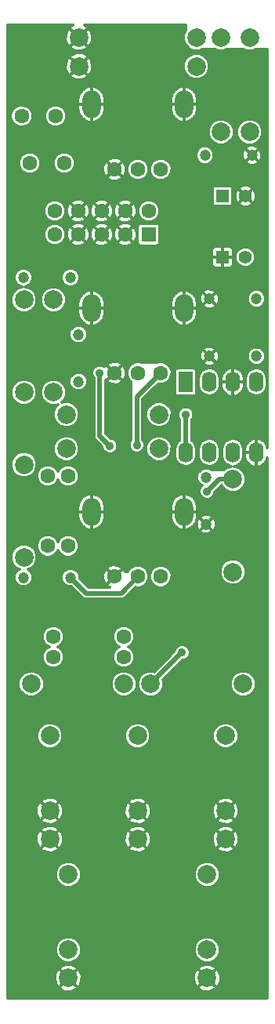
<source format=gtl>
G04 #@! TF.FileFunction,Copper,L1,Top,Signal*
%FSLAX46Y46*%
G04 Gerber Fmt 4.6, Leading zero omitted, Abs format (unit mm)*
G04 Created by KiCad (PCBNEW (2016-08-20 BZR 7083)-product) date Thu Dec  8 21:02:35 2016*
%MOMM*%
%LPD*%
G01*
G04 APERTURE LIST*
%ADD10C,0.100000*%
%ADD11C,2.000000*%
%ADD12C,1.600000*%
%ADD13C,1.200000*%
%ADD14R,1.400000X1.400000*%
%ADD15C,1.400000*%
%ADD16O,2.000000X3.000000*%
%ADD17R,1.600000X1.600000*%
%ADD18R,1.600000X2.200000*%
%ADD19O,1.600000X2.200000*%
%ADD20C,0.900000*%
%ADD21C,0.500000*%
%ADD22C,0.300000*%
G04 APERTURE END LIST*
D10*
D11*
X5000000Y20698000D03*
X5000000Y28826000D03*
X5000000Y17650000D03*
X20850000Y104200000D03*
X8150000Y104200000D03*
X8150000Y101100000D03*
X20850000Y101100000D03*
D12*
X2850000Y90650000D03*
X1950000Y95750000D03*
D13*
X7240000Y78300000D03*
X2160000Y78300000D03*
X8100000Y67060000D03*
X8100000Y72140000D03*
X7240000Y45900000D03*
X2160000Y45900000D03*
D14*
X23650000Y87100000D03*
D15*
X26150000Y87100000D03*
D14*
X23650000Y80500000D03*
D15*
X26150000Y80500000D03*
D13*
X21760000Y91500000D03*
X26840000Y91500000D03*
X22260000Y76000000D03*
X27340000Y76000000D03*
X21900000Y56740000D03*
X21900000Y51660000D03*
X22260000Y69800000D03*
X27340000Y69800000D03*
D16*
X19500000Y97000000D03*
X9500000Y97000000D03*
D12*
X17000000Y90000000D03*
X14500000Y90000000D03*
X12000000Y90000000D03*
D16*
X19500000Y75000000D03*
X9500000Y75000000D03*
D12*
X17000000Y68000000D03*
X14500000Y68000000D03*
X12000000Y68000000D03*
D16*
X19500000Y53000000D03*
X9500000Y53000000D03*
D12*
X17000000Y46000000D03*
X14500000Y46000000D03*
X12000000Y46000000D03*
D11*
X2200000Y75900000D03*
X2200000Y65900000D03*
X5400000Y75900000D03*
X5400000Y65900000D03*
X2200000Y48100000D03*
X2200000Y58100000D03*
X16800000Y63500000D03*
X6800000Y63500000D03*
X6800000Y59800000D03*
X16800000Y59800000D03*
X24800000Y56500000D03*
X24800000Y46500000D03*
X13000000Y34400000D03*
X3000000Y34400000D03*
X15900000Y34400000D03*
X25900000Y34400000D03*
D12*
X7000000Y56900000D03*
X7000000Y49300000D03*
X4800000Y49300000D03*
X4800000Y56900000D03*
X13000000Y39500000D03*
X5400000Y39500000D03*
X5400000Y37300000D03*
X13000000Y37300000D03*
X6550000Y90650000D03*
X5650000Y95750000D03*
D17*
X15680000Y82930000D03*
D12*
X15680000Y85470000D03*
X13140000Y82930000D03*
X13140000Y85470000D03*
X10600000Y82930000D03*
X10600000Y85470000D03*
X8060000Y82930000D03*
X8060000Y85470000D03*
X5520000Y82930000D03*
X5520000Y85470000D03*
D11*
X14500000Y20698000D03*
X14500000Y28826000D03*
X14500000Y17650000D03*
X24000000Y20698000D03*
X24000000Y28826000D03*
X24000000Y17650000D03*
X7000000Y5698000D03*
X7000000Y13826000D03*
X7000000Y2650000D03*
X22000000Y5698000D03*
X22000000Y13826000D03*
X22000000Y2650000D03*
D18*
X19690000Y67010000D03*
D19*
X22230000Y67010000D03*
X24770000Y67010000D03*
X27310000Y67010000D03*
X27310000Y59390000D03*
X24770000Y59390000D03*
X22230000Y59390000D03*
X19690000Y59390000D03*
D11*
X23500000Y104180000D03*
X23500000Y94020000D03*
X26600000Y104180000D03*
X26600000Y94020000D03*
D20*
X19690000Y63490000D03*
X4000000Y30600000D03*
X24600000Y38600000D03*
X23900000Y31100000D03*
X14700000Y42900000D03*
X15100000Y36800000D03*
X1100000Y28200000D03*
X2300000Y37400000D03*
X5400000Y34900000D03*
X6500000Y44600000D03*
X7400000Y40900000D03*
X17700000Y33200000D03*
X24100000Y26900000D03*
X13200000Y32300000D03*
X14500000Y26800000D03*
X9500000Y35300000D03*
X6400000Y31900000D03*
X4400000Y27000000D03*
X12200000Y98100000D03*
X4800000Y79900000D03*
X1500000Y88800000D03*
X4500000Y93400000D03*
X14600000Y75000000D03*
X25300000Y74400000D03*
X27300000Y64800000D03*
X15600000Y57600000D03*
X12600000Y50700000D03*
X13200000Y58700000D03*
X19000000Y40800000D03*
X23000000Y44500000D03*
X27200000Y55000000D03*
X26800000Y49800000D03*
X27900000Y39400000D03*
X27900000Y23700000D03*
X27900000Y18300000D03*
X24400000Y15000000D03*
X27500000Y1500000D03*
X21800000Y9100000D03*
X18900000Y14600000D03*
X10900000Y14000000D03*
X14400000Y6500000D03*
X18400000Y1300000D03*
X11100000Y1300000D03*
X4900000Y15300000D03*
X1900000Y8900000D03*
X1500000Y1400000D03*
X3900000Y64600000D03*
X4600000Y58800000D03*
X1600000Y50600000D03*
X5700000Y55200000D03*
X1500000Y56000000D03*
X8900000Y69000000D03*
X3900000Y67700000D03*
X1600000Y73500000D03*
X20800000Y87500000D03*
X27700000Y102400000D03*
X27400000Y96400000D03*
X15800000Y104800000D03*
X19100000Y102700000D03*
X1100000Y99000000D03*
X2000000Y103900000D03*
X22000000Y55200000D03*
X15900000Y34400000D03*
X19300000Y37800000D03*
X11500000Y60100000D03*
X10400000Y68000000D03*
X14400000Y60200000D03*
D21*
X14500000Y46000000D02*
X12700000Y44200000D01*
X8940000Y44200000D02*
X7240000Y45900000D01*
X12700000Y44200000D02*
X8940000Y44200000D01*
X19690000Y59390000D02*
X19690000Y63490000D01*
D22*
X24600000Y38600000D02*
X24600000Y35700000D01*
X19000000Y40800000D02*
X22400000Y40800000D01*
X22400000Y40800000D02*
X24600000Y38600000D01*
X23900000Y35000000D02*
X23900000Y31100000D01*
X24600000Y35700000D02*
X23900000Y35000000D01*
X19000000Y40800000D02*
X15100000Y36900000D01*
X15100000Y36900000D02*
X15100000Y36800000D01*
X1100000Y24598000D02*
X1100000Y28200000D01*
X2300000Y37400000D02*
X2900000Y37400000D01*
X2900000Y37400000D02*
X5400000Y34900000D01*
X5000000Y20698000D02*
X1100000Y24598000D01*
X7400000Y43700000D02*
X6500000Y44600000D01*
X7400000Y40900000D02*
X7400000Y43700000D01*
X22800000Y26900000D02*
X17700000Y32000000D01*
X17700000Y32000000D02*
X17700000Y33200000D01*
X14500000Y20698000D02*
X20702000Y26900000D01*
X20702000Y26900000D02*
X24100000Y26900000D01*
X24100000Y26900000D02*
X22800000Y26900000D01*
X14500000Y26800000D02*
X11500000Y26800000D01*
X11500000Y26800000D02*
X6400000Y31900000D01*
X1500000Y88800000D02*
X1100000Y89200000D01*
X4800000Y79900000D02*
X1500000Y83200000D01*
X1500000Y83200000D02*
X1500000Y88800000D01*
X2600000Y93400000D02*
X4500000Y93400000D01*
X1100000Y91900000D02*
X2600000Y93400000D01*
X1100000Y89200000D02*
X1100000Y91900000D01*
X24770000Y67010000D02*
X24770000Y73870000D01*
X24770000Y73870000D02*
X25300000Y74400000D01*
X15600000Y57600000D02*
X14300000Y57600000D01*
X14300000Y57600000D02*
X13200000Y58700000D01*
X21900000Y51660000D02*
X23000000Y50560000D01*
X23000000Y50560000D02*
X23000000Y44500000D01*
X26800000Y54600000D02*
X27200000Y55000000D01*
X26800000Y49800000D02*
X26800000Y54600000D01*
X27900000Y23700000D02*
X27900000Y39400000D01*
X27900000Y15500000D02*
X27900000Y18300000D01*
X27400000Y15000000D02*
X27900000Y15500000D01*
X24400000Y15000000D02*
X27400000Y15000000D01*
X7000000Y2650000D02*
X8350000Y1300000D01*
X27500000Y3400000D02*
X27500000Y1500000D01*
X21800000Y9100000D02*
X27500000Y3400000D01*
X18300000Y14000000D02*
X18900000Y14600000D01*
X10900000Y14000000D02*
X18300000Y14000000D01*
X18400000Y2500000D02*
X14400000Y6500000D01*
X18400000Y1300000D02*
X18400000Y2500000D01*
X8350000Y1300000D02*
X11100000Y1300000D01*
X7000000Y2650000D02*
X1900000Y7750000D01*
X1900000Y7750000D02*
X1900000Y8900000D01*
X4600000Y58800000D02*
X3500000Y57700000D01*
X3900000Y67700000D02*
X3900000Y64600000D01*
X1600000Y51100000D02*
X1600000Y50600000D01*
X5700000Y55200000D02*
X1600000Y51100000D01*
X2900000Y56000000D02*
X1500000Y56000000D01*
X3500000Y56600000D02*
X2900000Y56000000D01*
X3500000Y57700000D02*
X3500000Y56600000D01*
X9500000Y75000000D02*
X7600000Y75000000D01*
X5200000Y69000000D02*
X8900000Y69000000D01*
X3900000Y67700000D02*
X5200000Y69000000D01*
X6100000Y73500000D02*
X1600000Y73500000D01*
X7600000Y75000000D02*
X6100000Y73500000D01*
X27400000Y102100000D02*
X27700000Y102400000D01*
X27400000Y96400000D02*
X27400000Y102100000D01*
X15800000Y104800000D02*
X17900000Y102700000D01*
X9250000Y105300000D02*
X15300000Y105300000D01*
X15300000Y105300000D02*
X15800000Y104800000D01*
X8150000Y104200000D02*
X9250000Y105300000D01*
X17900000Y102700000D02*
X19100000Y102700000D01*
X2000000Y99900000D02*
X1100000Y99000000D01*
X2000000Y103900000D02*
X2000000Y99900000D01*
D21*
X22000000Y55200000D02*
X23300000Y56500000D01*
X23300000Y56500000D02*
X24800000Y56500000D01*
X15900000Y34400000D02*
X19300000Y37800000D01*
X11500000Y60100000D02*
X10400000Y61200000D01*
X10400000Y61200000D02*
X10400000Y68000000D01*
X14400000Y65400000D02*
X14400000Y60200000D01*
X17000000Y68000000D02*
X14400000Y65400000D01*
D22*
G36*
X7360285Y105471471D02*
X7277524Y105416173D01*
X7180747Y105181981D01*
X8150000Y104212728D01*
X9119253Y105181981D01*
X9022476Y105416173D01*
X8782629Y105525000D01*
X19650000Y105525000D01*
X19650000Y104960766D01*
X19450243Y104479699D01*
X19449757Y103922744D01*
X19662445Y103408000D01*
X20055928Y103013830D01*
X20570301Y102800243D01*
X21127256Y102799757D01*
X21490872Y102950000D01*
X22811482Y102950000D01*
X23220301Y102780243D01*
X23777256Y102779757D01*
X24189275Y102950000D01*
X25911482Y102950000D01*
X26320301Y102780243D01*
X26877256Y102779757D01*
X27289275Y102950000D01*
X28525000Y102950000D01*
X28525000Y59955906D01*
X28478035Y60183558D01*
X28200247Y60592976D01*
X27786927Y60864924D01*
X27517243Y60940949D01*
X27319000Y60840965D01*
X27319000Y59399000D01*
X27339000Y59399000D01*
X27339000Y59381000D01*
X27319000Y59381000D01*
X27319000Y57939035D01*
X27517243Y57839051D01*
X27786927Y57915076D01*
X28200247Y58187024D01*
X28478035Y58596442D01*
X28525000Y58824094D01*
X28525000Y475000D01*
X475000Y475000D01*
X475000Y1668019D01*
X6030747Y1668019D01*
X6127524Y1433827D01*
X6659346Y1192521D01*
X7243030Y1173102D01*
X7789715Y1378529D01*
X7872476Y1433827D01*
X7969253Y1668019D01*
X21030747Y1668019D01*
X21127524Y1433827D01*
X21659346Y1192521D01*
X22243030Y1173102D01*
X22789715Y1378529D01*
X22872476Y1433827D01*
X22969253Y1668019D01*
X22000000Y2637272D01*
X21030747Y1668019D01*
X7969253Y1668019D01*
X7000000Y2637272D01*
X6030747Y1668019D01*
X475000Y1668019D01*
X475000Y2406970D01*
X5523102Y2406970D01*
X5728529Y1860285D01*
X5783827Y1777524D01*
X6018019Y1680747D01*
X6987272Y2650000D01*
X7012728Y2650000D01*
X7981981Y1680747D01*
X8216173Y1777524D01*
X8457479Y2309346D01*
X8460726Y2406970D01*
X20523102Y2406970D01*
X20728529Y1860285D01*
X20783827Y1777524D01*
X21018019Y1680747D01*
X21987272Y2650000D01*
X22012728Y2650000D01*
X22981981Y1680747D01*
X23216173Y1777524D01*
X23457479Y2309346D01*
X23476898Y2893030D01*
X23271471Y3439715D01*
X23216173Y3522476D01*
X22981981Y3619253D01*
X22012728Y2650000D01*
X21987272Y2650000D01*
X21018019Y3619253D01*
X20783827Y3522476D01*
X20542521Y2990654D01*
X20523102Y2406970D01*
X8460726Y2406970D01*
X8476898Y2893030D01*
X8271471Y3439715D01*
X8216173Y3522476D01*
X7981981Y3619253D01*
X7012728Y2650000D01*
X6987272Y2650000D01*
X6018019Y3619253D01*
X5783827Y3522476D01*
X5542521Y2990654D01*
X5523102Y2406970D01*
X475000Y2406970D01*
X475000Y3631981D01*
X6030747Y3631981D01*
X7000000Y2662728D01*
X7969253Y3631981D01*
X21030747Y3631981D01*
X22000000Y2662728D01*
X22969253Y3631981D01*
X22872476Y3866173D01*
X22340654Y4107479D01*
X21756970Y4126898D01*
X21210285Y3921471D01*
X21127524Y3866173D01*
X21030747Y3631981D01*
X7969253Y3631981D01*
X7872476Y3866173D01*
X7340654Y4107479D01*
X6756970Y4126898D01*
X6210285Y3921471D01*
X6127524Y3866173D01*
X6030747Y3631981D01*
X475000Y3631981D01*
X475000Y5420744D01*
X5599757Y5420744D01*
X5812445Y4906000D01*
X6205928Y4511830D01*
X6720301Y4298243D01*
X7277256Y4297757D01*
X7792000Y4510445D01*
X8186170Y4903928D01*
X8399757Y5418301D01*
X8399759Y5420744D01*
X20599757Y5420744D01*
X20812445Y4906000D01*
X21205928Y4511830D01*
X21720301Y4298243D01*
X22277256Y4297757D01*
X22792000Y4510445D01*
X23186170Y4903928D01*
X23399757Y5418301D01*
X23400243Y5975256D01*
X23187555Y6490000D01*
X22794072Y6884170D01*
X22279699Y7097757D01*
X21722744Y7098243D01*
X21208000Y6885555D01*
X20813830Y6492072D01*
X20600243Y5977699D01*
X20599757Y5420744D01*
X8399759Y5420744D01*
X8400243Y5975256D01*
X8187555Y6490000D01*
X7794072Y6884170D01*
X7279699Y7097757D01*
X6722744Y7098243D01*
X6208000Y6885555D01*
X5813830Y6492072D01*
X5600243Y5977699D01*
X5599757Y5420744D01*
X475000Y5420744D01*
X475000Y13548744D01*
X5599757Y13548744D01*
X5812445Y13034000D01*
X6205928Y12639830D01*
X6720301Y12426243D01*
X7277256Y12425757D01*
X7792000Y12638445D01*
X8186170Y13031928D01*
X8399757Y13546301D01*
X8399759Y13548744D01*
X20599757Y13548744D01*
X20812445Y13034000D01*
X21205928Y12639830D01*
X21720301Y12426243D01*
X22277256Y12425757D01*
X22792000Y12638445D01*
X23186170Y13031928D01*
X23399757Y13546301D01*
X23400243Y14103256D01*
X23187555Y14618000D01*
X22794072Y15012170D01*
X22279699Y15225757D01*
X21722744Y15226243D01*
X21208000Y15013555D01*
X20813830Y14620072D01*
X20600243Y14105699D01*
X20599757Y13548744D01*
X8399759Y13548744D01*
X8400243Y14103256D01*
X8187555Y14618000D01*
X7794072Y15012170D01*
X7279699Y15225757D01*
X6722744Y15226243D01*
X6208000Y15013555D01*
X5813830Y14620072D01*
X5600243Y14105699D01*
X5599757Y13548744D01*
X475000Y13548744D01*
X475000Y16668019D01*
X4030747Y16668019D01*
X4127524Y16433827D01*
X4659346Y16192521D01*
X5243030Y16173102D01*
X5789715Y16378529D01*
X5872476Y16433827D01*
X5969253Y16668019D01*
X13530747Y16668019D01*
X13627524Y16433827D01*
X14159346Y16192521D01*
X14743030Y16173102D01*
X15289715Y16378529D01*
X15372476Y16433827D01*
X15469253Y16668019D01*
X23030747Y16668019D01*
X23127524Y16433827D01*
X23659346Y16192521D01*
X24243030Y16173102D01*
X24789715Y16378529D01*
X24872476Y16433827D01*
X24969253Y16668019D01*
X24000000Y17637272D01*
X23030747Y16668019D01*
X15469253Y16668019D01*
X14500000Y17637272D01*
X13530747Y16668019D01*
X5969253Y16668019D01*
X5000000Y17637272D01*
X4030747Y16668019D01*
X475000Y16668019D01*
X475000Y17406970D01*
X3523102Y17406970D01*
X3728529Y16860285D01*
X3783827Y16777524D01*
X4018019Y16680747D01*
X4987272Y17650000D01*
X5012728Y17650000D01*
X5981981Y16680747D01*
X6216173Y16777524D01*
X6457479Y17309346D01*
X6460726Y17406970D01*
X13023102Y17406970D01*
X13228529Y16860285D01*
X13283827Y16777524D01*
X13518019Y16680747D01*
X14487272Y17650000D01*
X14512728Y17650000D01*
X15481981Y16680747D01*
X15716173Y16777524D01*
X15957479Y17309346D01*
X15960726Y17406970D01*
X22523102Y17406970D01*
X22728529Y16860285D01*
X22783827Y16777524D01*
X23018019Y16680747D01*
X23987272Y17650000D01*
X24012728Y17650000D01*
X24981981Y16680747D01*
X25216173Y16777524D01*
X25457479Y17309346D01*
X25476898Y17893030D01*
X25271471Y18439715D01*
X25216173Y18522476D01*
X24981981Y18619253D01*
X24012728Y17650000D01*
X23987272Y17650000D01*
X23018019Y18619253D01*
X22783827Y18522476D01*
X22542521Y17990654D01*
X22523102Y17406970D01*
X15960726Y17406970D01*
X15976898Y17893030D01*
X15771471Y18439715D01*
X15716173Y18522476D01*
X15481981Y18619253D01*
X14512728Y17650000D01*
X14487272Y17650000D01*
X13518019Y18619253D01*
X13283827Y18522476D01*
X13042521Y17990654D01*
X13023102Y17406970D01*
X6460726Y17406970D01*
X6476898Y17893030D01*
X6271471Y18439715D01*
X6216173Y18522476D01*
X5981981Y18619253D01*
X5012728Y17650000D01*
X4987272Y17650000D01*
X4018019Y18619253D01*
X3783827Y18522476D01*
X3542521Y17990654D01*
X3523102Y17406970D01*
X475000Y17406970D01*
X475000Y18631981D01*
X4030747Y18631981D01*
X5000000Y17662728D01*
X5969253Y18631981D01*
X13530747Y18631981D01*
X14500000Y17662728D01*
X15469253Y18631981D01*
X23030747Y18631981D01*
X24000000Y17662728D01*
X24969253Y18631981D01*
X24872476Y18866173D01*
X24340654Y19107479D01*
X23756970Y19126898D01*
X23210285Y18921471D01*
X23127524Y18866173D01*
X23030747Y18631981D01*
X15469253Y18631981D01*
X15372476Y18866173D01*
X14840654Y19107479D01*
X14256970Y19126898D01*
X13710285Y18921471D01*
X13627524Y18866173D01*
X13530747Y18631981D01*
X5969253Y18631981D01*
X5872476Y18866173D01*
X5340654Y19107479D01*
X4756970Y19126898D01*
X4210285Y18921471D01*
X4127524Y18866173D01*
X4030747Y18631981D01*
X475000Y18631981D01*
X475000Y19716019D01*
X4030747Y19716019D01*
X4127524Y19481827D01*
X4659346Y19240521D01*
X5243030Y19221102D01*
X5789715Y19426529D01*
X5872476Y19481827D01*
X5969253Y19716019D01*
X13530747Y19716019D01*
X13627524Y19481827D01*
X14159346Y19240521D01*
X14743030Y19221102D01*
X15289715Y19426529D01*
X15372476Y19481827D01*
X15469253Y19716019D01*
X23030747Y19716019D01*
X23127524Y19481827D01*
X23659346Y19240521D01*
X24243030Y19221102D01*
X24789715Y19426529D01*
X24872476Y19481827D01*
X24969253Y19716019D01*
X24000000Y20685272D01*
X23030747Y19716019D01*
X15469253Y19716019D01*
X14500000Y20685272D01*
X13530747Y19716019D01*
X5969253Y19716019D01*
X5000000Y20685272D01*
X4030747Y19716019D01*
X475000Y19716019D01*
X475000Y20454970D01*
X3523102Y20454970D01*
X3728529Y19908285D01*
X3783827Y19825524D01*
X4018019Y19728747D01*
X4987272Y20698000D01*
X5012728Y20698000D01*
X5981981Y19728747D01*
X6216173Y19825524D01*
X6457479Y20357346D01*
X6460726Y20454970D01*
X13023102Y20454970D01*
X13228529Y19908285D01*
X13283827Y19825524D01*
X13518019Y19728747D01*
X14487272Y20698000D01*
X14512728Y20698000D01*
X15481981Y19728747D01*
X15716173Y19825524D01*
X15957479Y20357346D01*
X15960726Y20454970D01*
X22523102Y20454970D01*
X22728529Y19908285D01*
X22783827Y19825524D01*
X23018019Y19728747D01*
X23987272Y20698000D01*
X24012728Y20698000D01*
X24981981Y19728747D01*
X25216173Y19825524D01*
X25457479Y20357346D01*
X25476898Y20941030D01*
X25271471Y21487715D01*
X25216173Y21570476D01*
X24981981Y21667253D01*
X24012728Y20698000D01*
X23987272Y20698000D01*
X23018019Y21667253D01*
X22783827Y21570476D01*
X22542521Y21038654D01*
X22523102Y20454970D01*
X15960726Y20454970D01*
X15976898Y20941030D01*
X15771471Y21487715D01*
X15716173Y21570476D01*
X15481981Y21667253D01*
X14512728Y20698000D01*
X14487272Y20698000D01*
X13518019Y21667253D01*
X13283827Y21570476D01*
X13042521Y21038654D01*
X13023102Y20454970D01*
X6460726Y20454970D01*
X6476898Y20941030D01*
X6271471Y21487715D01*
X6216173Y21570476D01*
X5981981Y21667253D01*
X5012728Y20698000D01*
X4987272Y20698000D01*
X4018019Y21667253D01*
X3783827Y21570476D01*
X3542521Y21038654D01*
X3523102Y20454970D01*
X475000Y20454970D01*
X475000Y21679981D01*
X4030747Y21679981D01*
X5000000Y20710728D01*
X5969253Y21679981D01*
X13530747Y21679981D01*
X14500000Y20710728D01*
X15469253Y21679981D01*
X23030747Y21679981D01*
X24000000Y20710728D01*
X24969253Y21679981D01*
X24872476Y21914173D01*
X24340654Y22155479D01*
X23756970Y22174898D01*
X23210285Y21969471D01*
X23127524Y21914173D01*
X23030747Y21679981D01*
X15469253Y21679981D01*
X15372476Y21914173D01*
X14840654Y22155479D01*
X14256970Y22174898D01*
X13710285Y21969471D01*
X13627524Y21914173D01*
X13530747Y21679981D01*
X5969253Y21679981D01*
X5872476Y21914173D01*
X5340654Y22155479D01*
X4756970Y22174898D01*
X4210285Y21969471D01*
X4127524Y21914173D01*
X4030747Y21679981D01*
X475000Y21679981D01*
X475000Y28548744D01*
X3599757Y28548744D01*
X3812445Y28034000D01*
X4205928Y27639830D01*
X4720301Y27426243D01*
X5277256Y27425757D01*
X5792000Y27638445D01*
X6186170Y28031928D01*
X6399757Y28546301D01*
X6399759Y28548744D01*
X13099757Y28548744D01*
X13312445Y28034000D01*
X13705928Y27639830D01*
X14220301Y27426243D01*
X14777256Y27425757D01*
X15292000Y27638445D01*
X15686170Y28031928D01*
X15899757Y28546301D01*
X15899759Y28548744D01*
X22599757Y28548744D01*
X22812445Y28034000D01*
X23205928Y27639830D01*
X23720301Y27426243D01*
X24277256Y27425757D01*
X24792000Y27638445D01*
X25186170Y28031928D01*
X25399757Y28546301D01*
X25400243Y29103256D01*
X25187555Y29618000D01*
X24794072Y30012170D01*
X24279699Y30225757D01*
X23722744Y30226243D01*
X23208000Y30013555D01*
X22813830Y29620072D01*
X22600243Y29105699D01*
X22599757Y28548744D01*
X15899759Y28548744D01*
X15900243Y29103256D01*
X15687555Y29618000D01*
X15294072Y30012170D01*
X14779699Y30225757D01*
X14222744Y30226243D01*
X13708000Y30013555D01*
X13313830Y29620072D01*
X13100243Y29105699D01*
X13099757Y28548744D01*
X6399759Y28548744D01*
X6400243Y29103256D01*
X6187555Y29618000D01*
X5794072Y30012170D01*
X5279699Y30225757D01*
X4722744Y30226243D01*
X4208000Y30013555D01*
X3813830Y29620072D01*
X3600243Y29105699D01*
X3599757Y28548744D01*
X475000Y28548744D01*
X475000Y34122744D01*
X1599757Y34122744D01*
X1812445Y33608000D01*
X2205928Y33213830D01*
X2720301Y33000243D01*
X3277256Y32999757D01*
X3792000Y33212445D01*
X4186170Y33605928D01*
X4399757Y34120301D01*
X4399759Y34122744D01*
X11599757Y34122744D01*
X11812445Y33608000D01*
X12205928Y33213830D01*
X12720301Y33000243D01*
X13277256Y32999757D01*
X13792000Y33212445D01*
X14186170Y33605928D01*
X14399757Y34120301D01*
X14399759Y34122744D01*
X14499757Y34122744D01*
X14712445Y33608000D01*
X15105928Y33213830D01*
X15620301Y33000243D01*
X16177256Y32999757D01*
X16692000Y33212445D01*
X17086170Y33605928D01*
X17299757Y34120301D01*
X17299759Y34122744D01*
X24499757Y34122744D01*
X24712445Y33608000D01*
X25105928Y33213830D01*
X25620301Y33000243D01*
X26177256Y32999757D01*
X26692000Y33212445D01*
X27086170Y33605928D01*
X27299757Y34120301D01*
X27300243Y34677256D01*
X27087555Y35192000D01*
X26694072Y35586170D01*
X26179699Y35799757D01*
X25622744Y35800243D01*
X25108000Y35587555D01*
X24713830Y35194072D01*
X24500243Y34679699D01*
X24499757Y34122744D01*
X17299759Y34122744D01*
X17300243Y34677256D01*
X17240670Y34821432D01*
X19369178Y36949940D01*
X19468334Y36949853D01*
X19780857Y37078985D01*
X20020174Y37317885D01*
X20149852Y37630183D01*
X20150147Y37968334D01*
X20021015Y38280857D01*
X19782115Y38520174D01*
X19469817Y38649852D01*
X19131666Y38650147D01*
X18819143Y38521015D01*
X18579826Y38282115D01*
X18450148Y37969817D01*
X18450060Y37869298D01*
X16321597Y35740835D01*
X16179699Y35799757D01*
X15622744Y35800243D01*
X15108000Y35587555D01*
X14713830Y35194072D01*
X14500243Y34679699D01*
X14499757Y34122744D01*
X14399759Y34122744D01*
X14400243Y34677256D01*
X14187555Y35192000D01*
X13794072Y35586170D01*
X13279699Y35799757D01*
X12722744Y35800243D01*
X12208000Y35587555D01*
X11813830Y35194072D01*
X11600243Y34679699D01*
X11599757Y34122744D01*
X4399759Y34122744D01*
X4400243Y34677256D01*
X4187555Y35192000D01*
X3794072Y35586170D01*
X3279699Y35799757D01*
X2722744Y35800243D01*
X2208000Y35587555D01*
X1813830Y35194072D01*
X1600243Y34679699D01*
X1599757Y34122744D01*
X475000Y34122744D01*
X475000Y39262353D01*
X4199793Y39262353D01*
X4382097Y38821143D01*
X4719367Y38483283D01*
X4919884Y38400021D01*
X4721143Y38317903D01*
X4383283Y37980633D01*
X4200209Y37539742D01*
X4199793Y37062353D01*
X4382097Y36621143D01*
X4719367Y36283283D01*
X5160258Y36100209D01*
X5637647Y36099793D01*
X6078857Y36282097D01*
X6416717Y36619367D01*
X6599791Y37060258D01*
X6600207Y37537647D01*
X6417903Y37978857D01*
X6080633Y38316717D01*
X5880116Y38399979D01*
X6078857Y38482097D01*
X6416717Y38819367D01*
X6599791Y39260258D01*
X6599792Y39262353D01*
X11799793Y39262353D01*
X11982097Y38821143D01*
X12319367Y38483283D01*
X12519884Y38400021D01*
X12321143Y38317903D01*
X11983283Y37980633D01*
X11800209Y37539742D01*
X11799793Y37062353D01*
X11982097Y36621143D01*
X12319367Y36283283D01*
X12760258Y36100209D01*
X13237647Y36099793D01*
X13678857Y36282097D01*
X14016717Y36619367D01*
X14199791Y37060258D01*
X14200207Y37537647D01*
X14017903Y37978857D01*
X13680633Y38316717D01*
X13480116Y38399979D01*
X13678857Y38482097D01*
X14016717Y38819367D01*
X14199791Y39260258D01*
X14200207Y39737647D01*
X14017903Y40178857D01*
X13680633Y40516717D01*
X13239742Y40699791D01*
X12762353Y40700207D01*
X12321143Y40517903D01*
X11983283Y40180633D01*
X11800209Y39739742D01*
X11799793Y39262353D01*
X6599792Y39262353D01*
X6600207Y39737647D01*
X6417903Y40178857D01*
X6080633Y40516717D01*
X5639742Y40699791D01*
X5162353Y40700207D01*
X4721143Y40517903D01*
X4383283Y40180633D01*
X4200209Y39739742D01*
X4199793Y39262353D01*
X475000Y39262353D01*
X475000Y47822744D01*
X799757Y47822744D01*
X1012445Y47308000D01*
X1405928Y46913830D01*
X1699743Y46791827D01*
X1594286Y46748253D01*
X1312736Y46467194D01*
X1160174Y46099785D01*
X1159827Y45701960D01*
X1311747Y45334286D01*
X1592806Y45052736D01*
X1960215Y44900174D01*
X2358040Y44899827D01*
X2725714Y45051747D01*
X3007264Y45332806D01*
X3159826Y45700215D01*
X3159827Y45701960D01*
X6239827Y45701960D01*
X6391747Y45334286D01*
X6672806Y45052736D01*
X7040215Y44900174D01*
X7320833Y44899929D01*
X8480381Y43740381D01*
X8691255Y43599478D01*
X8732524Y43591269D01*
X8940000Y43550000D01*
X12700000Y43550000D01*
X12907476Y43591269D01*
X12948745Y43599478D01*
X13159619Y43740381D01*
X14231422Y44812183D01*
X14260258Y44800209D01*
X14737647Y44799793D01*
X15178857Y44982097D01*
X15516717Y45319367D01*
X15699791Y45760258D01*
X15699792Y45762353D01*
X15799793Y45762353D01*
X15982097Y45321143D01*
X16319367Y44983283D01*
X16760258Y44800209D01*
X17237647Y44799793D01*
X17678857Y44982097D01*
X18016717Y45319367D01*
X18199791Y45760258D01*
X18200194Y46222744D01*
X23399757Y46222744D01*
X23612445Y45708000D01*
X24005928Y45313830D01*
X24520301Y45100243D01*
X25077256Y45099757D01*
X25592000Y45312445D01*
X25986170Y45705928D01*
X26199757Y46220301D01*
X26200243Y46777256D01*
X25987555Y47292000D01*
X25594072Y47686170D01*
X25079699Y47899757D01*
X24522744Y47900243D01*
X24008000Y47687555D01*
X23613830Y47294072D01*
X23400243Y46779699D01*
X23399757Y46222744D01*
X18200194Y46222744D01*
X18200207Y46237647D01*
X18017903Y46678857D01*
X17680633Y47016717D01*
X17239742Y47199791D01*
X16762353Y47200207D01*
X16321143Y47017903D01*
X15983283Y46680633D01*
X15800209Y46239742D01*
X15799793Y45762353D01*
X15699792Y45762353D01*
X15700207Y46237647D01*
X15517903Y46678857D01*
X15180633Y47016717D01*
X14739742Y47199791D01*
X14262353Y47200207D01*
X13821143Y47017903D01*
X13483283Y46680633D01*
X13429039Y46550000D01*
X13147782Y46550000D01*
X13097599Y46683164D01*
X13051196Y46752614D01*
X12837786Y46825058D01*
X12012728Y46000000D01*
X12026870Y45985858D01*
X12014142Y45973130D01*
X12000000Y45987272D01*
X11174942Y45162214D01*
X11247386Y44948804D01*
X11465693Y44850000D01*
X9209238Y44850000D01*
X8270367Y45788871D01*
X10724514Y45788871D01*
X10902401Y45316836D01*
X10948804Y45247386D01*
X11162214Y45174942D01*
X11987272Y46000000D01*
X11162214Y46825058D01*
X10948804Y46752614D01*
X10740809Y46293050D01*
X10724514Y45788871D01*
X8270367Y45788871D01*
X8239930Y45819308D01*
X8240173Y46098040D01*
X8088253Y46465714D01*
X7807194Y46747264D01*
X7589194Y46837786D01*
X11174942Y46837786D01*
X12000000Y46012728D01*
X12825058Y46837786D01*
X12752614Y47051196D01*
X12293050Y47259191D01*
X11788871Y47275486D01*
X11316836Y47097599D01*
X11247386Y47051196D01*
X11174942Y46837786D01*
X7589194Y46837786D01*
X7439785Y46899826D01*
X7041960Y46900173D01*
X6674286Y46748253D01*
X6392736Y46467194D01*
X6240174Y46099785D01*
X6239827Y45701960D01*
X3159827Y45701960D01*
X3160173Y46098040D01*
X3008253Y46465714D01*
X2727194Y46747264D01*
X2659879Y46775216D01*
X2992000Y46912445D01*
X3386170Y47305928D01*
X3599757Y47820301D01*
X3600243Y48377256D01*
X3387555Y48892000D01*
X3217499Y49062353D01*
X3599793Y49062353D01*
X3782097Y48621143D01*
X4119367Y48283283D01*
X4560258Y48100209D01*
X5037647Y48099793D01*
X5478857Y48282097D01*
X5816717Y48619367D01*
X5899979Y48819884D01*
X5982097Y48621143D01*
X6319367Y48283283D01*
X6760258Y48100209D01*
X7237647Y48099793D01*
X7678857Y48282097D01*
X8016717Y48619367D01*
X8199791Y49060258D01*
X8200207Y49537647D01*
X8017903Y49978857D01*
X7680633Y50316717D01*
X7239742Y50499791D01*
X6762353Y50500207D01*
X6321143Y50317903D01*
X5983283Y49980633D01*
X5900021Y49780116D01*
X5817903Y49978857D01*
X5480633Y50316717D01*
X5039742Y50499791D01*
X4562353Y50500207D01*
X4121143Y50317903D01*
X3783283Y49980633D01*
X3600209Y49539742D01*
X3599793Y49062353D01*
X3217499Y49062353D01*
X2994072Y49286170D01*
X2479699Y49499757D01*
X1922744Y49500243D01*
X1408000Y49287555D01*
X1013830Y48894072D01*
X800243Y48379699D01*
X799757Y47822744D01*
X475000Y47822744D01*
X475000Y50966412D01*
X21219140Y50966412D01*
X21267250Y50773783D01*
X21654555Y50599099D01*
X22079228Y50585927D01*
X22476614Y50736274D01*
X22532750Y50773783D01*
X22580860Y50966412D01*
X21900000Y51647272D01*
X21219140Y50966412D01*
X475000Y50966412D01*
X475000Y52991000D01*
X8032000Y52991000D01*
X8032000Y52491000D01*
X8147189Y51929906D01*
X8468331Y51455603D01*
X8946536Y51140300D01*
X9261469Y51051509D01*
X9491000Y51149030D01*
X9491000Y52991000D01*
X9509000Y52991000D01*
X9509000Y51149030D01*
X9738531Y51051509D01*
X10053464Y51140300D01*
X10531669Y51455603D01*
X10852811Y51929906D01*
X10968000Y52491000D01*
X10968000Y52991000D01*
X18032000Y52991000D01*
X18032000Y52491000D01*
X18147189Y51929906D01*
X18468331Y51455603D01*
X18946536Y51140300D01*
X19261469Y51051509D01*
X19491000Y51149030D01*
X19491000Y52991000D01*
X19509000Y52991000D01*
X19509000Y51149030D01*
X19738531Y51051509D01*
X20053464Y51140300D01*
X20531669Y51455603D01*
X20844785Y51918053D01*
X20839099Y51905445D01*
X20825927Y51480772D01*
X20976274Y51083386D01*
X21013783Y51027250D01*
X21206412Y50979140D01*
X21887272Y51660000D01*
X21912728Y51660000D01*
X22593588Y50979140D01*
X22786217Y51027250D01*
X22960901Y51414555D01*
X22974073Y51839228D01*
X22823726Y52236614D01*
X22786217Y52292750D01*
X22593588Y52340860D01*
X21912728Y51660000D01*
X21887272Y51660000D01*
X21206412Y52340860D01*
X21013783Y52292750D01*
X20855050Y51940810D01*
X20939790Y52353588D01*
X21219140Y52353588D01*
X21900000Y51672728D01*
X22580860Y52353588D01*
X22532750Y52546217D01*
X22145445Y52720901D01*
X21720772Y52734073D01*
X21323386Y52583726D01*
X21267250Y52546217D01*
X21219140Y52353588D01*
X20939790Y52353588D01*
X20968000Y52491000D01*
X20968000Y52991000D01*
X19509000Y52991000D01*
X19491000Y52991000D01*
X18032000Y52991000D01*
X10968000Y52991000D01*
X9509000Y52991000D01*
X9491000Y52991000D01*
X8032000Y52991000D01*
X475000Y52991000D01*
X475000Y53509000D01*
X8032000Y53509000D01*
X8032000Y53009000D01*
X9491000Y53009000D01*
X9491000Y54850970D01*
X9509000Y54850970D01*
X9509000Y53009000D01*
X10968000Y53009000D01*
X10968000Y53509000D01*
X18032000Y53509000D01*
X18032000Y53009000D01*
X19491000Y53009000D01*
X19491000Y54850970D01*
X19509000Y54850970D01*
X19509000Y53009000D01*
X20968000Y53009000D01*
X20968000Y53509000D01*
X20852811Y54070094D01*
X20531669Y54544397D01*
X20053464Y54859700D01*
X19738531Y54948491D01*
X19509000Y54850970D01*
X19491000Y54850970D01*
X19261469Y54948491D01*
X18946536Y54859700D01*
X18468331Y54544397D01*
X18147189Y54070094D01*
X18032000Y53509000D01*
X10968000Y53509000D01*
X10852811Y54070094D01*
X10531669Y54544397D01*
X10053464Y54859700D01*
X9738531Y54948491D01*
X9509000Y54850970D01*
X9491000Y54850970D01*
X9261469Y54948491D01*
X8946536Y54859700D01*
X8468331Y54544397D01*
X8147189Y54070094D01*
X8032000Y53509000D01*
X475000Y53509000D01*
X475000Y56662353D01*
X3599793Y56662353D01*
X3782097Y56221143D01*
X4119367Y55883283D01*
X4560258Y55700209D01*
X5037647Y55699793D01*
X5478857Y55882097D01*
X5816717Y56219367D01*
X5899979Y56419884D01*
X5982097Y56221143D01*
X6319367Y55883283D01*
X6760258Y55700209D01*
X7237647Y55699793D01*
X7678857Y55882097D01*
X8016717Y56219367D01*
X8150669Y56541960D01*
X20899827Y56541960D01*
X21051747Y56174286D01*
X21332806Y55892736D01*
X21444397Y55846399D01*
X21279826Y55682115D01*
X21150148Y55369817D01*
X21149853Y55031666D01*
X21278985Y54719143D01*
X21517885Y54479826D01*
X21830183Y54350148D01*
X22168334Y54349853D01*
X22480857Y54478985D01*
X22720174Y54717885D01*
X22849852Y55030183D01*
X22849940Y55130701D01*
X23558294Y55839055D01*
X23612445Y55708000D01*
X24005928Y55313830D01*
X24520301Y55100243D01*
X25077256Y55099757D01*
X25592000Y55312445D01*
X25986170Y55705928D01*
X26199757Y56220301D01*
X26200243Y56777256D01*
X25987555Y57292000D01*
X25594072Y57686170D01*
X25079699Y57899757D01*
X24967282Y57899855D01*
X25229220Y57951958D01*
X25618528Y58212085D01*
X25878655Y58601393D01*
X25970000Y59060613D01*
X25970000Y59381000D01*
X26042000Y59381000D01*
X26042000Y59081000D01*
X26141965Y58596442D01*
X26419753Y58187024D01*
X26833073Y57915076D01*
X27102757Y57839051D01*
X27301000Y57939035D01*
X27301000Y59381000D01*
X26042000Y59381000D01*
X25970000Y59381000D01*
X25970000Y59699000D01*
X26042000Y59699000D01*
X26042000Y59399000D01*
X27301000Y59399000D01*
X27301000Y60840965D01*
X27102757Y60940949D01*
X26833073Y60864924D01*
X26419753Y60592976D01*
X26141965Y60183558D01*
X26042000Y59699000D01*
X25970000Y59699000D01*
X25970000Y59719387D01*
X25878655Y60178607D01*
X25618528Y60567915D01*
X25229220Y60828042D01*
X24770000Y60919387D01*
X24310780Y60828042D01*
X23921472Y60567915D01*
X23661345Y60178607D01*
X23570000Y59719387D01*
X23570000Y59060613D01*
X23661345Y58601393D01*
X23921472Y58212085D01*
X24310780Y57951958D01*
X24570979Y57900201D01*
X24522744Y57900243D01*
X24008000Y57687555D01*
X23870205Y57550000D01*
X22504393Y57550000D01*
X22467194Y57587264D01*
X22099785Y57739826D01*
X21701960Y57740173D01*
X21334286Y57588253D01*
X21052736Y57307194D01*
X20900174Y56939785D01*
X20899827Y56541960D01*
X8150669Y56541960D01*
X8199791Y56660258D01*
X8200207Y57137647D01*
X8017903Y57578857D01*
X7680633Y57916717D01*
X7239742Y58099791D01*
X6762353Y58100207D01*
X6321143Y57917903D01*
X5983283Y57580633D01*
X5900021Y57380116D01*
X5817903Y57578857D01*
X5480633Y57916717D01*
X5039742Y58099791D01*
X4562353Y58100207D01*
X4121143Y57917903D01*
X3783283Y57580633D01*
X3600209Y57139742D01*
X3599793Y56662353D01*
X475000Y56662353D01*
X475000Y57822744D01*
X799757Y57822744D01*
X1012445Y57308000D01*
X1405928Y56913830D01*
X1920301Y56700243D01*
X2477256Y56699757D01*
X2992000Y56912445D01*
X3386170Y57305928D01*
X3599757Y57820301D01*
X3600243Y58377256D01*
X3387555Y58892000D01*
X2994072Y59286170D01*
X2479699Y59499757D01*
X1922744Y59500243D01*
X1408000Y59287555D01*
X1013830Y58894072D01*
X800243Y58379699D01*
X799757Y57822744D01*
X475000Y57822744D01*
X475000Y59522744D01*
X5399757Y59522744D01*
X5612445Y59008000D01*
X6005928Y58613830D01*
X6520301Y58400243D01*
X7077256Y58399757D01*
X7592000Y58612445D01*
X7986170Y59005928D01*
X8199757Y59520301D01*
X8200243Y60077256D01*
X7987555Y60592000D01*
X7594072Y60986170D01*
X7079699Y61199757D01*
X6522744Y61200243D01*
X6008000Y60987555D01*
X5613830Y60594072D01*
X5400243Y60079699D01*
X5399757Y59522744D01*
X475000Y59522744D01*
X475000Y65622744D01*
X799757Y65622744D01*
X1012445Y65108000D01*
X1405928Y64713830D01*
X1920301Y64500243D01*
X2477256Y64499757D01*
X2992000Y64712445D01*
X3386170Y65105928D01*
X3599757Y65620301D01*
X3599759Y65622744D01*
X3999757Y65622744D01*
X4212445Y65108000D01*
X4605928Y64713830D01*
X5120301Y64500243D01*
X5677256Y64499757D01*
X5920596Y64600303D01*
X5613830Y64294072D01*
X5400243Y63779699D01*
X5399757Y63222744D01*
X5612445Y62708000D01*
X6005928Y62313830D01*
X6520301Y62100243D01*
X7077256Y62099757D01*
X7592000Y62312445D01*
X7986170Y62705928D01*
X8199757Y63220301D01*
X8200243Y63777256D01*
X7987555Y64292000D01*
X7594072Y64686170D01*
X7079699Y64899757D01*
X6522744Y64900243D01*
X6279404Y64799697D01*
X6586170Y65105928D01*
X6799757Y65620301D01*
X6800243Y66177256D01*
X6587555Y66692000D01*
X6417892Y66861960D01*
X7099827Y66861960D01*
X7251747Y66494286D01*
X7532806Y66212736D01*
X7900215Y66060174D01*
X8298040Y66059827D01*
X8665714Y66211747D01*
X8947264Y66492806D01*
X9099826Y66860215D01*
X9100173Y67258040D01*
X8948253Y67625714D01*
X8742661Y67831666D01*
X9549853Y67831666D01*
X9678985Y67519143D01*
X9750000Y67448004D01*
X9750000Y61200000D01*
X9779866Y61049852D01*
X9799478Y60951255D01*
X9940381Y60740381D01*
X10649940Y60030822D01*
X10649853Y59931666D01*
X10778985Y59619143D01*
X11017885Y59379826D01*
X11330183Y59250148D01*
X11668334Y59249853D01*
X11980857Y59378985D01*
X12220174Y59617885D01*
X12349852Y59930183D01*
X12350147Y60268334D01*
X12221015Y60580857D01*
X11982115Y60820174D01*
X11669817Y60949852D01*
X11569298Y60949940D01*
X11050000Y61469238D01*
X11050000Y67162214D01*
X11174942Y67162214D01*
X11247386Y66948804D01*
X11706950Y66740809D01*
X12211129Y66724514D01*
X12683164Y66902401D01*
X12752614Y66948804D01*
X12825058Y67162214D01*
X12000000Y67987272D01*
X11174942Y67162214D01*
X11050000Y67162214D01*
X11050000Y67213034D01*
X11162214Y67174942D01*
X11987272Y68000000D01*
X12012728Y68000000D01*
X12837786Y67174942D01*
X13051196Y67247386D01*
X13259191Y67706950D01*
X13260981Y67762353D01*
X13299793Y67762353D01*
X13482097Y67321143D01*
X13750000Y67052771D01*
X13750000Y60752167D01*
X13679826Y60682115D01*
X13550148Y60369817D01*
X13549853Y60031666D01*
X13678985Y59719143D01*
X13917885Y59479826D01*
X14230183Y59350148D01*
X14568334Y59349853D01*
X14880857Y59478985D01*
X14924692Y59522744D01*
X15399757Y59522744D01*
X15612445Y59008000D01*
X16005928Y58613830D01*
X16520301Y58400243D01*
X17077256Y58399757D01*
X17592000Y58612445D01*
X17986170Y59005928D01*
X18199757Y59520301D01*
X18199930Y59719387D01*
X18490000Y59719387D01*
X18490000Y59060613D01*
X18581345Y58601393D01*
X18841472Y58212085D01*
X19230780Y57951958D01*
X19690000Y57860613D01*
X20149220Y57951958D01*
X20538528Y58212085D01*
X20798655Y58601393D01*
X20890000Y59060613D01*
X20890000Y59719387D01*
X21030000Y59719387D01*
X21030000Y59060613D01*
X21121345Y58601393D01*
X21381472Y58212085D01*
X21770780Y57951958D01*
X22230000Y57860613D01*
X22689220Y57951958D01*
X23078528Y58212085D01*
X23338655Y58601393D01*
X23430000Y59060613D01*
X23430000Y59719387D01*
X23338655Y60178607D01*
X23078528Y60567915D01*
X22689220Y60828042D01*
X22230000Y60919387D01*
X21770780Y60828042D01*
X21381472Y60567915D01*
X21121345Y60178607D01*
X21030000Y59719387D01*
X20890000Y59719387D01*
X20798655Y60178607D01*
X20538528Y60567915D01*
X20340000Y60700567D01*
X20340000Y62937833D01*
X20410174Y63007885D01*
X20539852Y63320183D01*
X20540147Y63658334D01*
X20411015Y63970857D01*
X20172115Y64210174D01*
X19859817Y64339852D01*
X19521666Y64340147D01*
X19209143Y64211015D01*
X18969826Y63972115D01*
X18840148Y63659817D01*
X18839853Y63321666D01*
X18968985Y63009143D01*
X19040000Y62938004D01*
X19040000Y60700567D01*
X18841472Y60567915D01*
X18581345Y60178607D01*
X18490000Y59719387D01*
X18199930Y59719387D01*
X18200243Y60077256D01*
X17987555Y60592000D01*
X17594072Y60986170D01*
X17079699Y61199757D01*
X16522744Y61200243D01*
X16008000Y60987555D01*
X15613830Y60594072D01*
X15400243Y60079699D01*
X15399757Y59522744D01*
X14924692Y59522744D01*
X15120174Y59717885D01*
X15249852Y60030183D01*
X15250147Y60368334D01*
X15121015Y60680857D01*
X15050000Y60751996D01*
X15050000Y63222744D01*
X15399757Y63222744D01*
X15612445Y62708000D01*
X16005928Y62313830D01*
X16520301Y62100243D01*
X17077256Y62099757D01*
X17592000Y62312445D01*
X17986170Y62705928D01*
X18199757Y63220301D01*
X18200243Y63777256D01*
X17987555Y64292000D01*
X17594072Y64686170D01*
X17079699Y64899757D01*
X16522744Y64900243D01*
X16008000Y64687555D01*
X15613830Y64294072D01*
X15400243Y63779699D01*
X15399757Y63222744D01*
X15050000Y63222744D01*
X15050000Y65130762D01*
X16731422Y66812183D01*
X16760258Y66800209D01*
X17237647Y66799793D01*
X17678857Y66982097D01*
X18016717Y67319367D01*
X18199791Y67760258D01*
X18200095Y68110000D01*
X18482164Y68110000D01*
X18482164Y65910000D01*
X18513209Y65753928D01*
X18601616Y65621616D01*
X18733928Y65533209D01*
X18890000Y65502164D01*
X20490000Y65502164D01*
X20646072Y65533209D01*
X20778384Y65621616D01*
X20866791Y65753928D01*
X20897836Y65910000D01*
X20897836Y67339387D01*
X21030000Y67339387D01*
X21030000Y66680613D01*
X21121345Y66221393D01*
X21381472Y65832085D01*
X21770780Y65571958D01*
X22230000Y65480613D01*
X22689220Y65571958D01*
X23078528Y65832085D01*
X23338655Y66221393D01*
X23430000Y66680613D01*
X23430000Y67001000D01*
X23502000Y67001000D01*
X23502000Y66701000D01*
X23601965Y66216442D01*
X23879753Y65807024D01*
X24293073Y65535076D01*
X24562757Y65459051D01*
X24761000Y65559035D01*
X24761000Y67001000D01*
X24779000Y67001000D01*
X24779000Y65559035D01*
X24977243Y65459051D01*
X25246927Y65535076D01*
X25660247Y65807024D01*
X25938035Y66216442D01*
X26038000Y66701000D01*
X26038000Y67001000D01*
X24779000Y67001000D01*
X24761000Y67001000D01*
X23502000Y67001000D01*
X23430000Y67001000D01*
X23430000Y67319000D01*
X23502000Y67319000D01*
X23502000Y67019000D01*
X24761000Y67019000D01*
X24761000Y68460965D01*
X24779000Y68460965D01*
X24779000Y67019000D01*
X26038000Y67019000D01*
X26038000Y67319000D01*
X26033795Y67339387D01*
X26110000Y67339387D01*
X26110000Y66680613D01*
X26201345Y66221393D01*
X26461472Y65832085D01*
X26850780Y65571958D01*
X27310000Y65480613D01*
X27769220Y65571958D01*
X28158528Y65832085D01*
X28418655Y66221393D01*
X28510000Y66680613D01*
X28510000Y67339387D01*
X28418655Y67798607D01*
X28158528Y68187915D01*
X27769220Y68448042D01*
X27310000Y68539387D01*
X26850780Y68448042D01*
X26461472Y68187915D01*
X26201345Y67798607D01*
X26110000Y67339387D01*
X26033795Y67339387D01*
X25938035Y67803558D01*
X25660247Y68212976D01*
X25246927Y68484924D01*
X24977243Y68560949D01*
X24779000Y68460965D01*
X24761000Y68460965D01*
X24562757Y68560949D01*
X24293073Y68484924D01*
X23879753Y68212976D01*
X23601965Y67803558D01*
X23502000Y67319000D01*
X23430000Y67319000D01*
X23430000Y67339387D01*
X23338655Y67798607D01*
X23078528Y68187915D01*
X22689220Y68448042D01*
X22230000Y68539387D01*
X21770780Y68448042D01*
X21381472Y68187915D01*
X21121345Y67798607D01*
X21030000Y67339387D01*
X20897836Y67339387D01*
X20897836Y68110000D01*
X20866791Y68266072D01*
X20778384Y68398384D01*
X20646072Y68486791D01*
X20490000Y68517836D01*
X18890000Y68517836D01*
X18733928Y68486791D01*
X18601616Y68398384D01*
X18513209Y68266072D01*
X18482164Y68110000D01*
X18200095Y68110000D01*
X18200207Y68237647D01*
X18017903Y68678857D01*
X17680633Y69016717D01*
X17464624Y69106412D01*
X21579140Y69106412D01*
X21627250Y68913783D01*
X22014555Y68739099D01*
X22439228Y68725927D01*
X22836614Y68876274D01*
X22892750Y68913783D01*
X22940860Y69106412D01*
X22260000Y69787272D01*
X21579140Y69106412D01*
X17464624Y69106412D01*
X17239742Y69199791D01*
X16762353Y69200207D01*
X16640843Y69150000D01*
X14859652Y69150000D01*
X14739742Y69199791D01*
X14262353Y69200207D01*
X13821143Y69017903D01*
X13483283Y68680633D01*
X13300209Y68239742D01*
X13299793Y67762353D01*
X13260981Y67762353D01*
X13275486Y68211129D01*
X13097599Y68683164D01*
X13051196Y68752614D01*
X12837786Y68825058D01*
X12012728Y68000000D01*
X11987272Y68000000D01*
X11162214Y68825058D01*
X10948804Y68752614D01*
X10917898Y68684328D01*
X10882115Y68720174D01*
X10598876Y68837786D01*
X11174942Y68837786D01*
X12000000Y68012728D01*
X12825058Y68837786D01*
X12752614Y69051196D01*
X12293050Y69259191D01*
X11788871Y69275486D01*
X11316836Y69097599D01*
X11247386Y69051196D01*
X11174942Y68837786D01*
X10598876Y68837786D01*
X10569817Y68849852D01*
X10231666Y68850147D01*
X9919143Y68721015D01*
X9679826Y68482115D01*
X9550148Y68169817D01*
X9549853Y67831666D01*
X8742661Y67831666D01*
X8667194Y67907264D01*
X8299785Y68059826D01*
X7901960Y68060173D01*
X7534286Y67908253D01*
X7252736Y67627194D01*
X7100174Y67259785D01*
X7099827Y66861960D01*
X6417892Y66861960D01*
X6194072Y67086170D01*
X5679699Y67299757D01*
X5122744Y67300243D01*
X4608000Y67087555D01*
X4213830Y66694072D01*
X4000243Y66179699D01*
X3999757Y65622744D01*
X3599759Y65622744D01*
X3600243Y66177256D01*
X3387555Y66692000D01*
X2994072Y67086170D01*
X2479699Y67299757D01*
X1922744Y67300243D01*
X1408000Y67087555D01*
X1013830Y66694072D01*
X800243Y66179699D01*
X799757Y65622744D01*
X475000Y65622744D01*
X475000Y69620772D01*
X21185927Y69620772D01*
X21336274Y69223386D01*
X21373783Y69167250D01*
X21566412Y69119140D01*
X22247272Y69800000D01*
X22272728Y69800000D01*
X22953588Y69119140D01*
X23146217Y69167250D01*
X23320901Y69554555D01*
X23322371Y69601960D01*
X26339827Y69601960D01*
X26491747Y69234286D01*
X26772806Y68952736D01*
X27140215Y68800174D01*
X27538040Y68799827D01*
X27905714Y68951747D01*
X28187264Y69232806D01*
X28339826Y69600215D01*
X28340173Y69998040D01*
X28188253Y70365714D01*
X27907194Y70647264D01*
X27539785Y70799826D01*
X27141960Y70800173D01*
X26774286Y70648253D01*
X26492736Y70367194D01*
X26340174Y69999785D01*
X26339827Y69601960D01*
X23322371Y69601960D01*
X23334073Y69979228D01*
X23183726Y70376614D01*
X23146217Y70432750D01*
X22953588Y70480860D01*
X22272728Y69800000D01*
X22247272Y69800000D01*
X21566412Y70480860D01*
X21373783Y70432750D01*
X21199099Y70045445D01*
X21185927Y69620772D01*
X475000Y69620772D01*
X475000Y70493588D01*
X21579140Y70493588D01*
X22260000Y69812728D01*
X22940860Y70493588D01*
X22892750Y70686217D01*
X22505445Y70860901D01*
X22080772Y70874073D01*
X21683386Y70723726D01*
X21627250Y70686217D01*
X21579140Y70493588D01*
X475000Y70493588D01*
X475000Y71941960D01*
X7099827Y71941960D01*
X7251747Y71574286D01*
X7532806Y71292736D01*
X7900215Y71140174D01*
X8298040Y71139827D01*
X8665714Y71291747D01*
X8947264Y71572806D01*
X9099826Y71940215D01*
X9100173Y72338040D01*
X8948253Y72705714D01*
X8667194Y72987264D01*
X8299785Y73139826D01*
X7901960Y73140173D01*
X7534286Y72988253D01*
X7252736Y72707194D01*
X7100174Y72339785D01*
X7099827Y71941960D01*
X475000Y71941960D01*
X475000Y75622744D01*
X799757Y75622744D01*
X1012445Y75108000D01*
X1405928Y74713830D01*
X1920301Y74500243D01*
X2477256Y74499757D01*
X2992000Y74712445D01*
X3386170Y75105928D01*
X3599757Y75620301D01*
X3599759Y75622744D01*
X3999757Y75622744D01*
X4212445Y75108000D01*
X4605928Y74713830D01*
X5120301Y74500243D01*
X5677256Y74499757D01*
X6192000Y74712445D01*
X6471041Y74991000D01*
X8032000Y74991000D01*
X8032000Y74491000D01*
X8147189Y73929906D01*
X8468331Y73455603D01*
X8946536Y73140300D01*
X9261469Y73051509D01*
X9491000Y73149030D01*
X9491000Y74991000D01*
X9509000Y74991000D01*
X9509000Y73149030D01*
X9738531Y73051509D01*
X10053464Y73140300D01*
X10531669Y73455603D01*
X10852811Y73929906D01*
X10968000Y74491000D01*
X10968000Y74991000D01*
X18032000Y74991000D01*
X18032000Y74491000D01*
X18147189Y73929906D01*
X18468331Y73455603D01*
X18946536Y73140300D01*
X19261469Y73051509D01*
X19491000Y73149030D01*
X19491000Y74991000D01*
X19509000Y74991000D01*
X19509000Y73149030D01*
X19738531Y73051509D01*
X20053464Y73140300D01*
X20531669Y73455603D01*
X20852811Y73929906D01*
X20968000Y74491000D01*
X20968000Y74991000D01*
X19509000Y74991000D01*
X19491000Y74991000D01*
X18032000Y74991000D01*
X10968000Y74991000D01*
X9509000Y74991000D01*
X9491000Y74991000D01*
X8032000Y74991000D01*
X6471041Y74991000D01*
X6586170Y75105928D01*
X6753540Y75509000D01*
X8032000Y75509000D01*
X8032000Y75009000D01*
X9491000Y75009000D01*
X9491000Y76850970D01*
X9509000Y76850970D01*
X9509000Y75009000D01*
X10968000Y75009000D01*
X10968000Y75509000D01*
X18032000Y75509000D01*
X18032000Y75009000D01*
X19491000Y75009000D01*
X19491000Y76850970D01*
X19509000Y76850970D01*
X19509000Y75009000D01*
X20968000Y75009000D01*
X20968000Y75306412D01*
X21579140Y75306412D01*
X21627250Y75113783D01*
X22014555Y74939099D01*
X22439228Y74925927D01*
X22836614Y75076274D01*
X22892750Y75113783D01*
X22940860Y75306412D01*
X22260000Y75987272D01*
X21579140Y75306412D01*
X20968000Y75306412D01*
X20968000Y75509000D01*
X20903996Y75820772D01*
X21185927Y75820772D01*
X21336274Y75423386D01*
X21373783Y75367250D01*
X21566412Y75319140D01*
X22247272Y76000000D01*
X22272728Y76000000D01*
X22953588Y75319140D01*
X23146217Y75367250D01*
X23320901Y75754555D01*
X23322371Y75801960D01*
X26339827Y75801960D01*
X26491747Y75434286D01*
X26772806Y75152736D01*
X27140215Y75000174D01*
X27538040Y74999827D01*
X27905714Y75151747D01*
X28187264Y75432806D01*
X28339826Y75800215D01*
X28340173Y76198040D01*
X28188253Y76565714D01*
X27907194Y76847264D01*
X27539785Y76999826D01*
X27141960Y77000173D01*
X26774286Y76848253D01*
X26492736Y76567194D01*
X26340174Y76199785D01*
X26339827Y75801960D01*
X23322371Y75801960D01*
X23334073Y76179228D01*
X23183726Y76576614D01*
X23146217Y76632750D01*
X22953588Y76680860D01*
X22272728Y76000000D01*
X22247272Y76000000D01*
X21566412Y76680860D01*
X21373783Y76632750D01*
X21199099Y76245445D01*
X21185927Y75820772D01*
X20903996Y75820772D01*
X20852811Y76070094D01*
X20531669Y76544397D01*
X20305399Y76693588D01*
X21579140Y76693588D01*
X22260000Y76012728D01*
X22940860Y76693588D01*
X22892750Y76886217D01*
X22505445Y77060901D01*
X22080772Y77074073D01*
X21683386Y76923726D01*
X21627250Y76886217D01*
X21579140Y76693588D01*
X20305399Y76693588D01*
X20053464Y76859700D01*
X19738531Y76948491D01*
X19509000Y76850970D01*
X19491000Y76850970D01*
X19261469Y76948491D01*
X18946536Y76859700D01*
X18468331Y76544397D01*
X18147189Y76070094D01*
X18032000Y75509000D01*
X10968000Y75509000D01*
X10852811Y76070094D01*
X10531669Y76544397D01*
X10053464Y76859700D01*
X9738531Y76948491D01*
X9509000Y76850970D01*
X9491000Y76850970D01*
X9261469Y76948491D01*
X8946536Y76859700D01*
X8468331Y76544397D01*
X8147189Y76070094D01*
X8032000Y75509000D01*
X6753540Y75509000D01*
X6799757Y75620301D01*
X6800243Y76177256D01*
X6587555Y76692000D01*
X6194072Y77086170D01*
X5679699Y77299757D01*
X5122744Y77300243D01*
X4608000Y77087555D01*
X4213830Y76694072D01*
X4000243Y76179699D01*
X3999757Y75622744D01*
X3599759Y75622744D01*
X3600243Y76177256D01*
X3387555Y76692000D01*
X2994072Y77086170D01*
X2479699Y77299757D01*
X2358127Y77299863D01*
X2725714Y77451747D01*
X3007264Y77732806D01*
X3159826Y78100215D01*
X3159827Y78101960D01*
X6239827Y78101960D01*
X6391747Y77734286D01*
X6672806Y77452736D01*
X7040215Y77300174D01*
X7438040Y77299827D01*
X7805714Y77451747D01*
X8087264Y77732806D01*
X8239826Y78100215D01*
X8240173Y78498040D01*
X8088253Y78865714D01*
X7807194Y79147264D01*
X7439785Y79299826D01*
X7041960Y79300173D01*
X6674286Y79148253D01*
X6392736Y78867194D01*
X6240174Y78499785D01*
X6239827Y78101960D01*
X3159827Y78101960D01*
X3160173Y78498040D01*
X3008253Y78865714D01*
X2727194Y79147264D01*
X2359785Y79299826D01*
X1961960Y79300173D01*
X1594286Y79148253D01*
X1312736Y78867194D01*
X1160174Y78499785D01*
X1159827Y78101960D01*
X1311747Y77734286D01*
X1592806Y77452736D01*
X1960127Y77300210D01*
X1922744Y77300243D01*
X1408000Y77087555D01*
X1013830Y76694072D01*
X800243Y76179699D01*
X799757Y75622744D01*
X475000Y75622744D01*
X475000Y80374000D01*
X22482000Y80374000D01*
X22482000Y79706909D01*
X22553249Y79534899D01*
X22684899Y79403249D01*
X22856909Y79332000D01*
X23524000Y79332000D01*
X23641000Y79449000D01*
X23641000Y80491000D01*
X23659000Y80491000D01*
X23659000Y79449000D01*
X23776000Y79332000D01*
X24443091Y79332000D01*
X24615101Y79403249D01*
X24746751Y79534899D01*
X24818000Y79706909D01*
X24818000Y80282156D01*
X25049810Y80282156D01*
X25216922Y79877714D01*
X25526087Y79568009D01*
X25930237Y79400192D01*
X26367844Y79399810D01*
X26772286Y79566922D01*
X27081991Y79876087D01*
X27249808Y80280237D01*
X27250190Y80717844D01*
X27083078Y81122286D01*
X26773913Y81431991D01*
X26369763Y81599808D01*
X25932156Y81600190D01*
X25527714Y81433078D01*
X25218009Y81123913D01*
X25050192Y80719763D01*
X25049810Y80282156D01*
X24818000Y80282156D01*
X24818000Y80374000D01*
X24701000Y80491000D01*
X23659000Y80491000D01*
X23641000Y80491000D01*
X22599000Y80491000D01*
X22482000Y80374000D01*
X475000Y80374000D01*
X475000Y81293091D01*
X22482000Y81293091D01*
X22482000Y80626000D01*
X22599000Y80509000D01*
X23641000Y80509000D01*
X23641000Y81551000D01*
X23659000Y81551000D01*
X23659000Y80509000D01*
X24701000Y80509000D01*
X24818000Y80626000D01*
X24818000Y81293091D01*
X24746751Y81465101D01*
X24615101Y81596751D01*
X24443091Y81668000D01*
X23776000Y81668000D01*
X23659000Y81551000D01*
X23641000Y81551000D01*
X23524000Y81668000D01*
X22856909Y81668000D01*
X22684899Y81596751D01*
X22553249Y81465101D01*
X22482000Y81293091D01*
X475000Y81293091D01*
X475000Y82692353D01*
X4319793Y82692353D01*
X4502097Y82251143D01*
X4839367Y81913283D01*
X5280258Y81730209D01*
X5757647Y81729793D01*
X6198857Y81912097D01*
X6379289Y82092214D01*
X7234942Y82092214D01*
X7307386Y81878804D01*
X7766950Y81670809D01*
X8271129Y81654514D01*
X8743164Y81832401D01*
X8812614Y81878804D01*
X8885058Y82092214D01*
X9774942Y82092214D01*
X9847386Y81878804D01*
X10306950Y81670809D01*
X10811129Y81654514D01*
X11283164Y81832401D01*
X11352614Y81878804D01*
X11425058Y82092214D01*
X12314942Y82092214D01*
X12387386Y81878804D01*
X12846950Y81670809D01*
X13351129Y81654514D01*
X13823164Y81832401D01*
X13892614Y81878804D01*
X13965058Y82092214D01*
X13140000Y82917272D01*
X12314942Y82092214D01*
X11425058Y82092214D01*
X10600000Y82917272D01*
X9774942Y82092214D01*
X8885058Y82092214D01*
X8060000Y82917272D01*
X7234942Y82092214D01*
X6379289Y82092214D01*
X6536717Y82249367D01*
X6719791Y82690258D01*
X6719815Y82718871D01*
X6784514Y82718871D01*
X6962401Y82246836D01*
X7008804Y82177386D01*
X7222214Y82104942D01*
X8047272Y82930000D01*
X8072728Y82930000D01*
X8897786Y82104942D01*
X9111196Y82177386D01*
X9319191Y82636950D01*
X9321838Y82718871D01*
X9324514Y82718871D01*
X9502401Y82246836D01*
X9548804Y82177386D01*
X9762214Y82104942D01*
X10587272Y82930000D01*
X10612728Y82930000D01*
X11437786Y82104942D01*
X11651196Y82177386D01*
X11859191Y82636950D01*
X11861838Y82718871D01*
X11864514Y82718871D01*
X12042401Y82246836D01*
X12088804Y82177386D01*
X12302214Y82104942D01*
X13127272Y82930000D01*
X13152728Y82930000D01*
X13977786Y82104942D01*
X14191196Y82177386D01*
X14399191Y82636950D01*
X14415486Y83141129D01*
X14237599Y83613164D01*
X14191196Y83682614D01*
X14051604Y83730000D01*
X14472164Y83730000D01*
X14472164Y82130000D01*
X14503209Y81973928D01*
X14591616Y81841616D01*
X14723928Y81753209D01*
X14880000Y81722164D01*
X16480000Y81722164D01*
X16636072Y81753209D01*
X16768384Y81841616D01*
X16856791Y81973928D01*
X16887836Y82130000D01*
X16887836Y83730000D01*
X16856791Y83886072D01*
X16768384Y84018384D01*
X16636072Y84106791D01*
X16480000Y84137836D01*
X14880000Y84137836D01*
X14723928Y84106791D01*
X14591616Y84018384D01*
X14503209Y83886072D01*
X14472164Y83730000D01*
X14051604Y83730000D01*
X13977786Y83755058D01*
X13152728Y82930000D01*
X13127272Y82930000D01*
X12302214Y83755058D01*
X12088804Y83682614D01*
X11880809Y83223050D01*
X11864514Y82718871D01*
X11861838Y82718871D01*
X11875486Y83141129D01*
X11697599Y83613164D01*
X11651196Y83682614D01*
X11437786Y83755058D01*
X10612728Y82930000D01*
X10587272Y82930000D01*
X9762214Y83755058D01*
X9548804Y83682614D01*
X9340809Y83223050D01*
X9324514Y82718871D01*
X9321838Y82718871D01*
X9335486Y83141129D01*
X9157599Y83613164D01*
X9111196Y83682614D01*
X8897786Y83755058D01*
X8072728Y82930000D01*
X8047272Y82930000D01*
X7222214Y83755058D01*
X7008804Y83682614D01*
X6800809Y83223050D01*
X6784514Y82718871D01*
X6719815Y82718871D01*
X6720207Y83167647D01*
X6537903Y83608857D01*
X6379252Y83767786D01*
X7234942Y83767786D01*
X8060000Y82942728D01*
X8885058Y83767786D01*
X9774942Y83767786D01*
X10600000Y82942728D01*
X11425058Y83767786D01*
X12314942Y83767786D01*
X13140000Y82942728D01*
X13965058Y83767786D01*
X13892614Y83981196D01*
X13433050Y84189191D01*
X12928871Y84205486D01*
X12456836Y84027599D01*
X12387386Y83981196D01*
X12314942Y83767786D01*
X11425058Y83767786D01*
X11352614Y83981196D01*
X10893050Y84189191D01*
X10388871Y84205486D01*
X9916836Y84027599D01*
X9847386Y83981196D01*
X9774942Y83767786D01*
X8885058Y83767786D01*
X8812614Y83981196D01*
X8353050Y84189191D01*
X7848871Y84205486D01*
X7376836Y84027599D01*
X7307386Y83981196D01*
X7234942Y83767786D01*
X6379252Y83767786D01*
X6200633Y83946717D01*
X5759742Y84129791D01*
X5282353Y84130207D01*
X4841143Y83947903D01*
X4503283Y83610633D01*
X4320209Y83169742D01*
X4319793Y82692353D01*
X475000Y82692353D01*
X475000Y85232353D01*
X4319793Y85232353D01*
X4502097Y84791143D01*
X4839367Y84453283D01*
X5280258Y84270209D01*
X5757647Y84269793D01*
X6198857Y84452097D01*
X6379289Y84632214D01*
X7234942Y84632214D01*
X7307386Y84418804D01*
X7766950Y84210809D01*
X8271129Y84194514D01*
X8743164Y84372401D01*
X8812614Y84418804D01*
X8885058Y84632214D01*
X9774942Y84632214D01*
X9847386Y84418804D01*
X10306950Y84210809D01*
X10811129Y84194514D01*
X11283164Y84372401D01*
X11352614Y84418804D01*
X11425058Y84632214D01*
X12314942Y84632214D01*
X12387386Y84418804D01*
X12846950Y84210809D01*
X13351129Y84194514D01*
X13823164Y84372401D01*
X13892614Y84418804D01*
X13965058Y84632214D01*
X13140000Y85457272D01*
X12314942Y84632214D01*
X11425058Y84632214D01*
X10600000Y85457272D01*
X9774942Y84632214D01*
X8885058Y84632214D01*
X8060000Y85457272D01*
X7234942Y84632214D01*
X6379289Y84632214D01*
X6536717Y84789367D01*
X6719791Y85230258D01*
X6719815Y85258871D01*
X6784514Y85258871D01*
X6962401Y84786836D01*
X7008804Y84717386D01*
X7222214Y84644942D01*
X8047272Y85470000D01*
X8072728Y85470000D01*
X8897786Y84644942D01*
X9111196Y84717386D01*
X9319191Y85176950D01*
X9321838Y85258871D01*
X9324514Y85258871D01*
X9502401Y84786836D01*
X9548804Y84717386D01*
X9762214Y84644942D01*
X10587272Y85470000D01*
X10612728Y85470000D01*
X11437786Y84644942D01*
X11651196Y84717386D01*
X11859191Y85176950D01*
X11861838Y85258871D01*
X11864514Y85258871D01*
X12042401Y84786836D01*
X12088804Y84717386D01*
X12302214Y84644942D01*
X13127272Y85470000D01*
X13152728Y85470000D01*
X13977786Y84644942D01*
X14191196Y84717386D01*
X14399191Y85176950D01*
X14400981Y85232353D01*
X14479793Y85232353D01*
X14662097Y84791143D01*
X14999367Y84453283D01*
X15440258Y84270209D01*
X15917647Y84269793D01*
X16358857Y84452097D01*
X16696717Y84789367D01*
X16879791Y85230258D01*
X16880207Y85707647D01*
X16697903Y86148857D01*
X16360633Y86486717D01*
X15919742Y86669791D01*
X15442353Y86670207D01*
X15001143Y86487903D01*
X14663283Y86150633D01*
X14480209Y85709742D01*
X14479793Y85232353D01*
X14400981Y85232353D01*
X14415486Y85681129D01*
X14237599Y86153164D01*
X14191196Y86222614D01*
X13977786Y86295058D01*
X13152728Y85470000D01*
X13127272Y85470000D01*
X12302214Y86295058D01*
X12088804Y86222614D01*
X11880809Y85763050D01*
X11864514Y85258871D01*
X11861838Y85258871D01*
X11875486Y85681129D01*
X11697599Y86153164D01*
X11651196Y86222614D01*
X11437786Y86295058D01*
X10612728Y85470000D01*
X10587272Y85470000D01*
X9762214Y86295058D01*
X9548804Y86222614D01*
X9340809Y85763050D01*
X9324514Y85258871D01*
X9321838Y85258871D01*
X9335486Y85681129D01*
X9157599Y86153164D01*
X9111196Y86222614D01*
X8897786Y86295058D01*
X8072728Y85470000D01*
X8047272Y85470000D01*
X7222214Y86295058D01*
X7008804Y86222614D01*
X6800809Y85763050D01*
X6784514Y85258871D01*
X6719815Y85258871D01*
X6720207Y85707647D01*
X6537903Y86148857D01*
X6379252Y86307786D01*
X7234942Y86307786D01*
X8060000Y85482728D01*
X8885058Y86307786D01*
X9774942Y86307786D01*
X10600000Y85482728D01*
X11425058Y86307786D01*
X12314942Y86307786D01*
X13140000Y85482728D01*
X13965058Y86307786D01*
X13892614Y86521196D01*
X13433050Y86729191D01*
X12928871Y86745486D01*
X12456836Y86567599D01*
X12387386Y86521196D01*
X12314942Y86307786D01*
X11425058Y86307786D01*
X11352614Y86521196D01*
X10893050Y86729191D01*
X10388871Y86745486D01*
X9916836Y86567599D01*
X9847386Y86521196D01*
X9774942Y86307786D01*
X8885058Y86307786D01*
X8812614Y86521196D01*
X8353050Y86729191D01*
X7848871Y86745486D01*
X7376836Y86567599D01*
X7307386Y86521196D01*
X7234942Y86307786D01*
X6379252Y86307786D01*
X6200633Y86486717D01*
X5759742Y86669791D01*
X5282353Y86670207D01*
X4841143Y86487903D01*
X4503283Y86150633D01*
X4320209Y85709742D01*
X4319793Y85232353D01*
X475000Y85232353D01*
X475000Y87800000D01*
X22542164Y87800000D01*
X22542164Y86400000D01*
X22573209Y86243928D01*
X22661616Y86111616D01*
X22793928Y86023209D01*
X22950000Y85992164D01*
X24350000Y85992164D01*
X24506072Y86023209D01*
X24638384Y86111616D01*
X24726791Y86243928D01*
X24744770Y86334314D01*
X25397042Y86334314D01*
X25457318Y86131293D01*
X25880753Y85939954D01*
X26345178Y85925221D01*
X26779890Y86089337D01*
X26842682Y86131293D01*
X26902958Y86334314D01*
X26150000Y87087272D01*
X25397042Y86334314D01*
X24744770Y86334314D01*
X24757836Y86400000D01*
X24757836Y86904822D01*
X24975221Y86904822D01*
X25139337Y86470110D01*
X25181293Y86407318D01*
X25384314Y86347042D01*
X26137272Y87100000D01*
X26162728Y87100000D01*
X26915686Y86347042D01*
X27118707Y86407318D01*
X27310046Y86830753D01*
X27324779Y87295178D01*
X27160663Y87729890D01*
X27118707Y87792682D01*
X26915686Y87852958D01*
X26162728Y87100000D01*
X26137272Y87100000D01*
X25384314Y87852958D01*
X25181293Y87792682D01*
X24989954Y87369247D01*
X24975221Y86904822D01*
X24757836Y86904822D01*
X24757836Y87800000D01*
X24744771Y87865686D01*
X25397042Y87865686D01*
X26150000Y87112728D01*
X26902958Y87865686D01*
X26842682Y88068707D01*
X26419247Y88260046D01*
X25954822Y88274779D01*
X25520110Y88110663D01*
X25457318Y88068707D01*
X25397042Y87865686D01*
X24744771Y87865686D01*
X24726791Y87956072D01*
X24638384Y88088384D01*
X24506072Y88176791D01*
X24350000Y88207836D01*
X22950000Y88207836D01*
X22793928Y88176791D01*
X22661616Y88088384D01*
X22573209Y87956072D01*
X22542164Y87800000D01*
X475000Y87800000D01*
X475000Y89162214D01*
X11174942Y89162214D01*
X11247386Y88948804D01*
X11706950Y88740809D01*
X12211129Y88724514D01*
X12683164Y88902401D01*
X12752614Y88948804D01*
X12825058Y89162214D01*
X12000000Y89987272D01*
X11174942Y89162214D01*
X475000Y89162214D01*
X475000Y90412353D01*
X1649793Y90412353D01*
X1832097Y89971143D01*
X2169367Y89633283D01*
X2610258Y89450209D01*
X3087647Y89449793D01*
X3528857Y89632097D01*
X3866717Y89969367D01*
X4049791Y90410258D01*
X4049792Y90412353D01*
X5349793Y90412353D01*
X5532097Y89971143D01*
X5869367Y89633283D01*
X6310258Y89450209D01*
X6787647Y89449793D01*
X7228857Y89632097D01*
X7385905Y89788871D01*
X10724514Y89788871D01*
X10902401Y89316836D01*
X10948804Y89247386D01*
X11162214Y89174942D01*
X11987272Y90000000D01*
X12012728Y90000000D01*
X12837786Y89174942D01*
X13051196Y89247386D01*
X13259191Y89706950D01*
X13260981Y89762353D01*
X13299793Y89762353D01*
X13482097Y89321143D01*
X13819367Y88983283D01*
X14260258Y88800209D01*
X14737647Y88799793D01*
X15178857Y88982097D01*
X15516717Y89319367D01*
X15699791Y89760258D01*
X15699792Y89762353D01*
X15799793Y89762353D01*
X15982097Y89321143D01*
X16319367Y88983283D01*
X16760258Y88800209D01*
X17237647Y88799793D01*
X17678857Y88982097D01*
X18016717Y89319367D01*
X18199791Y89760258D01*
X18200207Y90237647D01*
X18017903Y90678857D01*
X17680633Y91016717D01*
X17239742Y91199791D01*
X16762353Y91200207D01*
X16321143Y91017903D01*
X15983283Y90680633D01*
X15800209Y90239742D01*
X15799793Y89762353D01*
X15699792Y89762353D01*
X15700207Y90237647D01*
X15517903Y90678857D01*
X15180633Y91016717D01*
X14739742Y91199791D01*
X14262353Y91200207D01*
X13821143Y91017903D01*
X13483283Y90680633D01*
X13300209Y90239742D01*
X13299793Y89762353D01*
X13260981Y89762353D01*
X13275486Y90211129D01*
X13097599Y90683164D01*
X13051196Y90752614D01*
X12837786Y90825058D01*
X12012728Y90000000D01*
X11987272Y90000000D01*
X11162214Y90825058D01*
X10948804Y90752614D01*
X10740809Y90293050D01*
X10724514Y89788871D01*
X7385905Y89788871D01*
X7566717Y89969367D01*
X7749791Y90410258D01*
X7750163Y90837786D01*
X11174942Y90837786D01*
X12000000Y90012728D01*
X12825058Y90837786D01*
X12752614Y91051196D01*
X12293050Y91259191D01*
X11788871Y91275486D01*
X11316836Y91097599D01*
X11247386Y91051196D01*
X11174942Y90837786D01*
X7750163Y90837786D01*
X7750207Y90887647D01*
X7579017Y91301960D01*
X20759827Y91301960D01*
X20911747Y90934286D01*
X21192806Y90652736D01*
X21560215Y90500174D01*
X21958040Y90499827D01*
X22325714Y90651747D01*
X22480649Y90806412D01*
X26159140Y90806412D01*
X26207250Y90613783D01*
X26594555Y90439099D01*
X27019228Y90425927D01*
X27416614Y90576274D01*
X27472750Y90613783D01*
X27520860Y90806412D01*
X26840000Y91487272D01*
X26159140Y90806412D01*
X22480649Y90806412D01*
X22607264Y90932806D01*
X22759826Y91300215D01*
X22759843Y91320772D01*
X25765927Y91320772D01*
X25916274Y90923386D01*
X25953783Y90867250D01*
X26146412Y90819140D01*
X26827272Y91500000D01*
X26852728Y91500000D01*
X27533588Y90819140D01*
X27726217Y90867250D01*
X27900901Y91254555D01*
X27914073Y91679228D01*
X27763726Y92076614D01*
X27726217Y92132750D01*
X27533588Y92180860D01*
X26852728Y91500000D01*
X26827272Y91500000D01*
X26146412Y92180860D01*
X25953783Y92132750D01*
X25779099Y91745445D01*
X25765927Y91320772D01*
X22759843Y91320772D01*
X22760173Y91698040D01*
X22608253Y92065714D01*
X22480603Y92193588D01*
X26159140Y92193588D01*
X26840000Y91512728D01*
X27520860Y92193588D01*
X27472750Y92386217D01*
X27085445Y92560901D01*
X26660772Y92574073D01*
X26263386Y92423726D01*
X26207250Y92386217D01*
X26159140Y92193588D01*
X22480603Y92193588D01*
X22327194Y92347264D01*
X21959785Y92499826D01*
X21561960Y92500173D01*
X21194286Y92348253D01*
X20912736Y92067194D01*
X20760174Y91699785D01*
X20759827Y91301960D01*
X7579017Y91301960D01*
X7567903Y91328857D01*
X7230633Y91666717D01*
X6789742Y91849791D01*
X6312353Y91850207D01*
X5871143Y91667903D01*
X5533283Y91330633D01*
X5350209Y90889742D01*
X5349793Y90412353D01*
X4049792Y90412353D01*
X4050207Y90887647D01*
X3867903Y91328857D01*
X3530633Y91666717D01*
X3089742Y91849791D01*
X2612353Y91850207D01*
X2171143Y91667903D01*
X1833283Y91330633D01*
X1650209Y90889742D01*
X1649793Y90412353D01*
X475000Y90412353D01*
X475000Y93742744D01*
X22099757Y93742744D01*
X22312445Y93228000D01*
X22705928Y92833830D01*
X23220301Y92620243D01*
X23777256Y92619757D01*
X24292000Y92832445D01*
X24686170Y93225928D01*
X24899757Y93740301D01*
X24899759Y93742744D01*
X25199757Y93742744D01*
X25412445Y93228000D01*
X25805928Y92833830D01*
X26320301Y92620243D01*
X26877256Y92619757D01*
X27392000Y92832445D01*
X27786170Y93225928D01*
X27999757Y93740301D01*
X28000243Y94297256D01*
X27787555Y94812000D01*
X27394072Y95206170D01*
X26879699Y95419757D01*
X26322744Y95420243D01*
X25808000Y95207555D01*
X25413830Y94814072D01*
X25200243Y94299699D01*
X25199757Y93742744D01*
X24899759Y93742744D01*
X24900243Y94297256D01*
X24687555Y94812000D01*
X24294072Y95206170D01*
X23779699Y95419757D01*
X23222744Y95420243D01*
X22708000Y95207555D01*
X22313830Y94814072D01*
X22100243Y94299699D01*
X22099757Y93742744D01*
X475000Y93742744D01*
X475000Y95512353D01*
X749793Y95512353D01*
X932097Y95071143D01*
X1269367Y94733283D01*
X1710258Y94550209D01*
X2187647Y94549793D01*
X2628857Y94732097D01*
X2966717Y95069367D01*
X3149791Y95510258D01*
X3149792Y95512353D01*
X4449793Y95512353D01*
X4632097Y95071143D01*
X4969367Y94733283D01*
X5410258Y94550209D01*
X5887647Y94549793D01*
X6328857Y94732097D01*
X6666717Y95069367D01*
X6849791Y95510258D01*
X6850207Y95987647D01*
X6667903Y96428857D01*
X6330633Y96766717D01*
X5889742Y96949791D01*
X5412353Y96950207D01*
X4971143Y96767903D01*
X4633283Y96430633D01*
X4450209Y95989742D01*
X4449793Y95512353D01*
X3149792Y95512353D01*
X3150207Y95987647D01*
X2967903Y96428857D01*
X2630633Y96766717D01*
X2189742Y96949791D01*
X1712353Y96950207D01*
X1271143Y96767903D01*
X933283Y96430633D01*
X750209Y95989742D01*
X749793Y95512353D01*
X475000Y95512353D01*
X475000Y96991000D01*
X8032000Y96991000D01*
X8032000Y96491000D01*
X8147189Y95929906D01*
X8468331Y95455603D01*
X8946536Y95140300D01*
X9261469Y95051509D01*
X9491000Y95149030D01*
X9491000Y96991000D01*
X9509000Y96991000D01*
X9509000Y95149030D01*
X9738531Y95051509D01*
X10053464Y95140300D01*
X10531669Y95455603D01*
X10852811Y95929906D01*
X10968000Y96491000D01*
X10968000Y96991000D01*
X18032000Y96991000D01*
X18032000Y96491000D01*
X18147189Y95929906D01*
X18468331Y95455603D01*
X18946536Y95140300D01*
X19261469Y95051509D01*
X19491000Y95149030D01*
X19491000Y96991000D01*
X19509000Y96991000D01*
X19509000Y95149030D01*
X19738531Y95051509D01*
X20053464Y95140300D01*
X20531669Y95455603D01*
X20852811Y95929906D01*
X20968000Y96491000D01*
X20968000Y96991000D01*
X19509000Y96991000D01*
X19491000Y96991000D01*
X18032000Y96991000D01*
X10968000Y96991000D01*
X9509000Y96991000D01*
X9491000Y96991000D01*
X8032000Y96991000D01*
X475000Y96991000D01*
X475000Y97509000D01*
X8032000Y97509000D01*
X8032000Y97009000D01*
X9491000Y97009000D01*
X9491000Y98850970D01*
X9509000Y98850970D01*
X9509000Y97009000D01*
X10968000Y97009000D01*
X10968000Y97509000D01*
X18032000Y97509000D01*
X18032000Y97009000D01*
X19491000Y97009000D01*
X19491000Y98850970D01*
X19509000Y98850970D01*
X19509000Y97009000D01*
X20968000Y97009000D01*
X20968000Y97509000D01*
X20852811Y98070094D01*
X20531669Y98544397D01*
X20053464Y98859700D01*
X19738531Y98948491D01*
X19509000Y98850970D01*
X19491000Y98850970D01*
X19261469Y98948491D01*
X18946536Y98859700D01*
X18468331Y98544397D01*
X18147189Y98070094D01*
X18032000Y97509000D01*
X10968000Y97509000D01*
X10852811Y98070094D01*
X10531669Y98544397D01*
X10053464Y98859700D01*
X9738531Y98948491D01*
X9509000Y98850970D01*
X9491000Y98850970D01*
X9261469Y98948491D01*
X8946536Y98859700D01*
X8468331Y98544397D01*
X8147189Y98070094D01*
X8032000Y97509000D01*
X475000Y97509000D01*
X475000Y100118019D01*
X7180747Y100118019D01*
X7277524Y99883827D01*
X7809346Y99642521D01*
X8393030Y99623102D01*
X8939715Y99828529D01*
X9022476Y99883827D01*
X9119253Y100118019D01*
X8150000Y101087272D01*
X7180747Y100118019D01*
X475000Y100118019D01*
X475000Y100856970D01*
X6673102Y100856970D01*
X6878529Y100310285D01*
X6933827Y100227524D01*
X7168019Y100130747D01*
X8137272Y101100000D01*
X8162728Y101100000D01*
X9131981Y100130747D01*
X9366173Y100227524D01*
X9607479Y100759346D01*
X9609588Y100822744D01*
X19449757Y100822744D01*
X19662445Y100308000D01*
X20055928Y99913830D01*
X20570301Y99700243D01*
X21127256Y99699757D01*
X21642000Y99912445D01*
X22036170Y100305928D01*
X22249757Y100820301D01*
X22250243Y101377256D01*
X22037555Y101892000D01*
X21644072Y102286170D01*
X21129699Y102499757D01*
X20572744Y102500243D01*
X20058000Y102287555D01*
X19663830Y101894072D01*
X19450243Y101379699D01*
X19449757Y100822744D01*
X9609588Y100822744D01*
X9626898Y101343030D01*
X9421471Y101889715D01*
X9366173Y101972476D01*
X9131981Y102069253D01*
X8162728Y101100000D01*
X8137272Y101100000D01*
X7168019Y102069253D01*
X6933827Y101972476D01*
X6692521Y101440654D01*
X6673102Y100856970D01*
X475000Y100856970D01*
X475000Y102081981D01*
X7180747Y102081981D01*
X8150000Y101112728D01*
X9119253Y102081981D01*
X9022476Y102316173D01*
X8490654Y102557479D01*
X7906970Y102576898D01*
X7360285Y102371471D01*
X7277524Y102316173D01*
X7180747Y102081981D01*
X475000Y102081981D01*
X475000Y103218019D01*
X7180747Y103218019D01*
X7277524Y102983827D01*
X7809346Y102742521D01*
X8393030Y102723102D01*
X8939715Y102928529D01*
X9022476Y102983827D01*
X9119253Y103218019D01*
X8150000Y104187272D01*
X7180747Y103218019D01*
X475000Y103218019D01*
X475000Y103956970D01*
X6673102Y103956970D01*
X6878529Y103410285D01*
X6933827Y103327524D01*
X7168019Y103230747D01*
X8137272Y104200000D01*
X8162728Y104200000D01*
X9131981Y103230747D01*
X9366173Y103327524D01*
X9607479Y103859346D01*
X9626898Y104443030D01*
X9421471Y104989715D01*
X9366173Y105072476D01*
X9131981Y105169253D01*
X8162728Y104200000D01*
X8137272Y104200000D01*
X7168019Y105169253D01*
X6933827Y105072476D01*
X6692521Y104540654D01*
X6673102Y103956970D01*
X475000Y103956970D01*
X475000Y105525000D01*
X7502737Y105525000D01*
X7360285Y105471471D01*
X7360285Y105471471D01*
G37*
X7360285Y105471471D02*
X7277524Y105416173D01*
X7180747Y105181981D01*
X8150000Y104212728D01*
X9119253Y105181981D01*
X9022476Y105416173D01*
X8782629Y105525000D01*
X19650000Y105525000D01*
X19650000Y104960766D01*
X19450243Y104479699D01*
X19449757Y103922744D01*
X19662445Y103408000D01*
X20055928Y103013830D01*
X20570301Y102800243D01*
X21127256Y102799757D01*
X21490872Y102950000D01*
X22811482Y102950000D01*
X23220301Y102780243D01*
X23777256Y102779757D01*
X24189275Y102950000D01*
X25911482Y102950000D01*
X26320301Y102780243D01*
X26877256Y102779757D01*
X27289275Y102950000D01*
X28525000Y102950000D01*
X28525000Y59955906D01*
X28478035Y60183558D01*
X28200247Y60592976D01*
X27786927Y60864924D01*
X27517243Y60940949D01*
X27319000Y60840965D01*
X27319000Y59399000D01*
X27339000Y59399000D01*
X27339000Y59381000D01*
X27319000Y59381000D01*
X27319000Y57939035D01*
X27517243Y57839051D01*
X27786927Y57915076D01*
X28200247Y58187024D01*
X28478035Y58596442D01*
X28525000Y58824094D01*
X28525000Y475000D01*
X475000Y475000D01*
X475000Y1668019D01*
X6030747Y1668019D01*
X6127524Y1433827D01*
X6659346Y1192521D01*
X7243030Y1173102D01*
X7789715Y1378529D01*
X7872476Y1433827D01*
X7969253Y1668019D01*
X21030747Y1668019D01*
X21127524Y1433827D01*
X21659346Y1192521D01*
X22243030Y1173102D01*
X22789715Y1378529D01*
X22872476Y1433827D01*
X22969253Y1668019D01*
X22000000Y2637272D01*
X21030747Y1668019D01*
X7969253Y1668019D01*
X7000000Y2637272D01*
X6030747Y1668019D01*
X475000Y1668019D01*
X475000Y2406970D01*
X5523102Y2406970D01*
X5728529Y1860285D01*
X5783827Y1777524D01*
X6018019Y1680747D01*
X6987272Y2650000D01*
X7012728Y2650000D01*
X7981981Y1680747D01*
X8216173Y1777524D01*
X8457479Y2309346D01*
X8460726Y2406970D01*
X20523102Y2406970D01*
X20728529Y1860285D01*
X20783827Y1777524D01*
X21018019Y1680747D01*
X21987272Y2650000D01*
X22012728Y2650000D01*
X22981981Y1680747D01*
X23216173Y1777524D01*
X23457479Y2309346D01*
X23476898Y2893030D01*
X23271471Y3439715D01*
X23216173Y3522476D01*
X22981981Y3619253D01*
X22012728Y2650000D01*
X21987272Y2650000D01*
X21018019Y3619253D01*
X20783827Y3522476D01*
X20542521Y2990654D01*
X20523102Y2406970D01*
X8460726Y2406970D01*
X8476898Y2893030D01*
X8271471Y3439715D01*
X8216173Y3522476D01*
X7981981Y3619253D01*
X7012728Y2650000D01*
X6987272Y2650000D01*
X6018019Y3619253D01*
X5783827Y3522476D01*
X5542521Y2990654D01*
X5523102Y2406970D01*
X475000Y2406970D01*
X475000Y3631981D01*
X6030747Y3631981D01*
X7000000Y2662728D01*
X7969253Y3631981D01*
X21030747Y3631981D01*
X22000000Y2662728D01*
X22969253Y3631981D01*
X22872476Y3866173D01*
X22340654Y4107479D01*
X21756970Y4126898D01*
X21210285Y3921471D01*
X21127524Y3866173D01*
X21030747Y3631981D01*
X7969253Y3631981D01*
X7872476Y3866173D01*
X7340654Y4107479D01*
X6756970Y4126898D01*
X6210285Y3921471D01*
X6127524Y3866173D01*
X6030747Y3631981D01*
X475000Y3631981D01*
X475000Y5420744D01*
X5599757Y5420744D01*
X5812445Y4906000D01*
X6205928Y4511830D01*
X6720301Y4298243D01*
X7277256Y4297757D01*
X7792000Y4510445D01*
X8186170Y4903928D01*
X8399757Y5418301D01*
X8399759Y5420744D01*
X20599757Y5420744D01*
X20812445Y4906000D01*
X21205928Y4511830D01*
X21720301Y4298243D01*
X22277256Y4297757D01*
X22792000Y4510445D01*
X23186170Y4903928D01*
X23399757Y5418301D01*
X23400243Y5975256D01*
X23187555Y6490000D01*
X22794072Y6884170D01*
X22279699Y7097757D01*
X21722744Y7098243D01*
X21208000Y6885555D01*
X20813830Y6492072D01*
X20600243Y5977699D01*
X20599757Y5420744D01*
X8399759Y5420744D01*
X8400243Y5975256D01*
X8187555Y6490000D01*
X7794072Y6884170D01*
X7279699Y7097757D01*
X6722744Y7098243D01*
X6208000Y6885555D01*
X5813830Y6492072D01*
X5600243Y5977699D01*
X5599757Y5420744D01*
X475000Y5420744D01*
X475000Y13548744D01*
X5599757Y13548744D01*
X5812445Y13034000D01*
X6205928Y12639830D01*
X6720301Y12426243D01*
X7277256Y12425757D01*
X7792000Y12638445D01*
X8186170Y13031928D01*
X8399757Y13546301D01*
X8399759Y13548744D01*
X20599757Y13548744D01*
X20812445Y13034000D01*
X21205928Y12639830D01*
X21720301Y12426243D01*
X22277256Y12425757D01*
X22792000Y12638445D01*
X23186170Y13031928D01*
X23399757Y13546301D01*
X23400243Y14103256D01*
X23187555Y14618000D01*
X22794072Y15012170D01*
X22279699Y15225757D01*
X21722744Y15226243D01*
X21208000Y15013555D01*
X20813830Y14620072D01*
X20600243Y14105699D01*
X20599757Y13548744D01*
X8399759Y13548744D01*
X8400243Y14103256D01*
X8187555Y14618000D01*
X7794072Y15012170D01*
X7279699Y15225757D01*
X6722744Y15226243D01*
X6208000Y15013555D01*
X5813830Y14620072D01*
X5600243Y14105699D01*
X5599757Y13548744D01*
X475000Y13548744D01*
X475000Y16668019D01*
X4030747Y16668019D01*
X4127524Y16433827D01*
X4659346Y16192521D01*
X5243030Y16173102D01*
X5789715Y16378529D01*
X5872476Y16433827D01*
X5969253Y16668019D01*
X13530747Y16668019D01*
X13627524Y16433827D01*
X14159346Y16192521D01*
X14743030Y16173102D01*
X15289715Y16378529D01*
X15372476Y16433827D01*
X15469253Y16668019D01*
X23030747Y16668019D01*
X23127524Y16433827D01*
X23659346Y16192521D01*
X24243030Y16173102D01*
X24789715Y16378529D01*
X24872476Y16433827D01*
X24969253Y16668019D01*
X24000000Y17637272D01*
X23030747Y16668019D01*
X15469253Y16668019D01*
X14500000Y17637272D01*
X13530747Y16668019D01*
X5969253Y16668019D01*
X5000000Y17637272D01*
X4030747Y16668019D01*
X475000Y16668019D01*
X475000Y17406970D01*
X3523102Y17406970D01*
X3728529Y16860285D01*
X3783827Y16777524D01*
X4018019Y16680747D01*
X4987272Y17650000D01*
X5012728Y17650000D01*
X5981981Y16680747D01*
X6216173Y16777524D01*
X6457479Y17309346D01*
X6460726Y17406970D01*
X13023102Y17406970D01*
X13228529Y16860285D01*
X13283827Y16777524D01*
X13518019Y16680747D01*
X14487272Y17650000D01*
X14512728Y17650000D01*
X15481981Y16680747D01*
X15716173Y16777524D01*
X15957479Y17309346D01*
X15960726Y17406970D01*
X22523102Y17406970D01*
X22728529Y16860285D01*
X22783827Y16777524D01*
X23018019Y16680747D01*
X23987272Y17650000D01*
X24012728Y17650000D01*
X24981981Y16680747D01*
X25216173Y16777524D01*
X25457479Y17309346D01*
X25476898Y17893030D01*
X25271471Y18439715D01*
X25216173Y18522476D01*
X24981981Y18619253D01*
X24012728Y17650000D01*
X23987272Y17650000D01*
X23018019Y18619253D01*
X22783827Y18522476D01*
X22542521Y17990654D01*
X22523102Y17406970D01*
X15960726Y17406970D01*
X15976898Y17893030D01*
X15771471Y18439715D01*
X15716173Y18522476D01*
X15481981Y18619253D01*
X14512728Y17650000D01*
X14487272Y17650000D01*
X13518019Y18619253D01*
X13283827Y18522476D01*
X13042521Y17990654D01*
X13023102Y17406970D01*
X6460726Y17406970D01*
X6476898Y17893030D01*
X6271471Y18439715D01*
X6216173Y18522476D01*
X5981981Y18619253D01*
X5012728Y17650000D01*
X4987272Y17650000D01*
X4018019Y18619253D01*
X3783827Y18522476D01*
X3542521Y17990654D01*
X3523102Y17406970D01*
X475000Y17406970D01*
X475000Y18631981D01*
X4030747Y18631981D01*
X5000000Y17662728D01*
X5969253Y18631981D01*
X13530747Y18631981D01*
X14500000Y17662728D01*
X15469253Y18631981D01*
X23030747Y18631981D01*
X24000000Y17662728D01*
X24969253Y18631981D01*
X24872476Y18866173D01*
X24340654Y19107479D01*
X23756970Y19126898D01*
X23210285Y18921471D01*
X23127524Y18866173D01*
X23030747Y18631981D01*
X15469253Y18631981D01*
X15372476Y18866173D01*
X14840654Y19107479D01*
X14256970Y19126898D01*
X13710285Y18921471D01*
X13627524Y18866173D01*
X13530747Y18631981D01*
X5969253Y18631981D01*
X5872476Y18866173D01*
X5340654Y19107479D01*
X4756970Y19126898D01*
X4210285Y18921471D01*
X4127524Y18866173D01*
X4030747Y18631981D01*
X475000Y18631981D01*
X475000Y19716019D01*
X4030747Y19716019D01*
X4127524Y19481827D01*
X4659346Y19240521D01*
X5243030Y19221102D01*
X5789715Y19426529D01*
X5872476Y19481827D01*
X5969253Y19716019D01*
X13530747Y19716019D01*
X13627524Y19481827D01*
X14159346Y19240521D01*
X14743030Y19221102D01*
X15289715Y19426529D01*
X15372476Y19481827D01*
X15469253Y19716019D01*
X23030747Y19716019D01*
X23127524Y19481827D01*
X23659346Y19240521D01*
X24243030Y19221102D01*
X24789715Y19426529D01*
X24872476Y19481827D01*
X24969253Y19716019D01*
X24000000Y20685272D01*
X23030747Y19716019D01*
X15469253Y19716019D01*
X14500000Y20685272D01*
X13530747Y19716019D01*
X5969253Y19716019D01*
X5000000Y20685272D01*
X4030747Y19716019D01*
X475000Y19716019D01*
X475000Y20454970D01*
X3523102Y20454970D01*
X3728529Y19908285D01*
X3783827Y19825524D01*
X4018019Y19728747D01*
X4987272Y20698000D01*
X5012728Y20698000D01*
X5981981Y19728747D01*
X6216173Y19825524D01*
X6457479Y20357346D01*
X6460726Y20454970D01*
X13023102Y20454970D01*
X13228529Y19908285D01*
X13283827Y19825524D01*
X13518019Y19728747D01*
X14487272Y20698000D01*
X14512728Y20698000D01*
X15481981Y19728747D01*
X15716173Y19825524D01*
X15957479Y20357346D01*
X15960726Y20454970D01*
X22523102Y20454970D01*
X22728529Y19908285D01*
X22783827Y19825524D01*
X23018019Y19728747D01*
X23987272Y20698000D01*
X24012728Y20698000D01*
X24981981Y19728747D01*
X25216173Y19825524D01*
X25457479Y20357346D01*
X25476898Y20941030D01*
X25271471Y21487715D01*
X25216173Y21570476D01*
X24981981Y21667253D01*
X24012728Y20698000D01*
X23987272Y20698000D01*
X23018019Y21667253D01*
X22783827Y21570476D01*
X22542521Y21038654D01*
X22523102Y20454970D01*
X15960726Y20454970D01*
X15976898Y20941030D01*
X15771471Y21487715D01*
X15716173Y21570476D01*
X15481981Y21667253D01*
X14512728Y20698000D01*
X14487272Y20698000D01*
X13518019Y21667253D01*
X13283827Y21570476D01*
X13042521Y21038654D01*
X13023102Y20454970D01*
X6460726Y20454970D01*
X6476898Y20941030D01*
X6271471Y21487715D01*
X6216173Y21570476D01*
X5981981Y21667253D01*
X5012728Y20698000D01*
X4987272Y20698000D01*
X4018019Y21667253D01*
X3783827Y21570476D01*
X3542521Y21038654D01*
X3523102Y20454970D01*
X475000Y20454970D01*
X475000Y21679981D01*
X4030747Y21679981D01*
X5000000Y20710728D01*
X5969253Y21679981D01*
X13530747Y21679981D01*
X14500000Y20710728D01*
X15469253Y21679981D01*
X23030747Y21679981D01*
X24000000Y20710728D01*
X24969253Y21679981D01*
X24872476Y21914173D01*
X24340654Y22155479D01*
X23756970Y22174898D01*
X23210285Y21969471D01*
X23127524Y21914173D01*
X23030747Y21679981D01*
X15469253Y21679981D01*
X15372476Y21914173D01*
X14840654Y22155479D01*
X14256970Y22174898D01*
X13710285Y21969471D01*
X13627524Y21914173D01*
X13530747Y21679981D01*
X5969253Y21679981D01*
X5872476Y21914173D01*
X5340654Y22155479D01*
X4756970Y22174898D01*
X4210285Y21969471D01*
X4127524Y21914173D01*
X4030747Y21679981D01*
X475000Y21679981D01*
X475000Y28548744D01*
X3599757Y28548744D01*
X3812445Y28034000D01*
X4205928Y27639830D01*
X4720301Y27426243D01*
X5277256Y27425757D01*
X5792000Y27638445D01*
X6186170Y28031928D01*
X6399757Y28546301D01*
X6399759Y28548744D01*
X13099757Y28548744D01*
X13312445Y28034000D01*
X13705928Y27639830D01*
X14220301Y27426243D01*
X14777256Y27425757D01*
X15292000Y27638445D01*
X15686170Y28031928D01*
X15899757Y28546301D01*
X15899759Y28548744D01*
X22599757Y28548744D01*
X22812445Y28034000D01*
X23205928Y27639830D01*
X23720301Y27426243D01*
X24277256Y27425757D01*
X24792000Y27638445D01*
X25186170Y28031928D01*
X25399757Y28546301D01*
X25400243Y29103256D01*
X25187555Y29618000D01*
X24794072Y30012170D01*
X24279699Y30225757D01*
X23722744Y30226243D01*
X23208000Y30013555D01*
X22813830Y29620072D01*
X22600243Y29105699D01*
X22599757Y28548744D01*
X15899759Y28548744D01*
X15900243Y29103256D01*
X15687555Y29618000D01*
X15294072Y30012170D01*
X14779699Y30225757D01*
X14222744Y30226243D01*
X13708000Y30013555D01*
X13313830Y29620072D01*
X13100243Y29105699D01*
X13099757Y28548744D01*
X6399759Y28548744D01*
X6400243Y29103256D01*
X6187555Y29618000D01*
X5794072Y30012170D01*
X5279699Y30225757D01*
X4722744Y30226243D01*
X4208000Y30013555D01*
X3813830Y29620072D01*
X3600243Y29105699D01*
X3599757Y28548744D01*
X475000Y28548744D01*
X475000Y34122744D01*
X1599757Y34122744D01*
X1812445Y33608000D01*
X2205928Y33213830D01*
X2720301Y33000243D01*
X3277256Y32999757D01*
X3792000Y33212445D01*
X4186170Y33605928D01*
X4399757Y34120301D01*
X4399759Y34122744D01*
X11599757Y34122744D01*
X11812445Y33608000D01*
X12205928Y33213830D01*
X12720301Y33000243D01*
X13277256Y32999757D01*
X13792000Y33212445D01*
X14186170Y33605928D01*
X14399757Y34120301D01*
X14399759Y34122744D01*
X14499757Y34122744D01*
X14712445Y33608000D01*
X15105928Y33213830D01*
X15620301Y33000243D01*
X16177256Y32999757D01*
X16692000Y33212445D01*
X17086170Y33605928D01*
X17299757Y34120301D01*
X17299759Y34122744D01*
X24499757Y34122744D01*
X24712445Y33608000D01*
X25105928Y33213830D01*
X25620301Y33000243D01*
X26177256Y32999757D01*
X26692000Y33212445D01*
X27086170Y33605928D01*
X27299757Y34120301D01*
X27300243Y34677256D01*
X27087555Y35192000D01*
X26694072Y35586170D01*
X26179699Y35799757D01*
X25622744Y35800243D01*
X25108000Y35587555D01*
X24713830Y35194072D01*
X24500243Y34679699D01*
X24499757Y34122744D01*
X17299759Y34122744D01*
X17300243Y34677256D01*
X17240670Y34821432D01*
X19369178Y36949940D01*
X19468334Y36949853D01*
X19780857Y37078985D01*
X20020174Y37317885D01*
X20149852Y37630183D01*
X20150147Y37968334D01*
X20021015Y38280857D01*
X19782115Y38520174D01*
X19469817Y38649852D01*
X19131666Y38650147D01*
X18819143Y38521015D01*
X18579826Y38282115D01*
X18450148Y37969817D01*
X18450060Y37869298D01*
X16321597Y35740835D01*
X16179699Y35799757D01*
X15622744Y35800243D01*
X15108000Y35587555D01*
X14713830Y35194072D01*
X14500243Y34679699D01*
X14499757Y34122744D01*
X14399759Y34122744D01*
X14400243Y34677256D01*
X14187555Y35192000D01*
X13794072Y35586170D01*
X13279699Y35799757D01*
X12722744Y35800243D01*
X12208000Y35587555D01*
X11813830Y35194072D01*
X11600243Y34679699D01*
X11599757Y34122744D01*
X4399759Y34122744D01*
X4400243Y34677256D01*
X4187555Y35192000D01*
X3794072Y35586170D01*
X3279699Y35799757D01*
X2722744Y35800243D01*
X2208000Y35587555D01*
X1813830Y35194072D01*
X1600243Y34679699D01*
X1599757Y34122744D01*
X475000Y34122744D01*
X475000Y39262353D01*
X4199793Y39262353D01*
X4382097Y38821143D01*
X4719367Y38483283D01*
X4919884Y38400021D01*
X4721143Y38317903D01*
X4383283Y37980633D01*
X4200209Y37539742D01*
X4199793Y37062353D01*
X4382097Y36621143D01*
X4719367Y36283283D01*
X5160258Y36100209D01*
X5637647Y36099793D01*
X6078857Y36282097D01*
X6416717Y36619367D01*
X6599791Y37060258D01*
X6600207Y37537647D01*
X6417903Y37978857D01*
X6080633Y38316717D01*
X5880116Y38399979D01*
X6078857Y38482097D01*
X6416717Y38819367D01*
X6599791Y39260258D01*
X6599792Y39262353D01*
X11799793Y39262353D01*
X11982097Y38821143D01*
X12319367Y38483283D01*
X12519884Y38400021D01*
X12321143Y38317903D01*
X11983283Y37980633D01*
X11800209Y37539742D01*
X11799793Y37062353D01*
X11982097Y36621143D01*
X12319367Y36283283D01*
X12760258Y36100209D01*
X13237647Y36099793D01*
X13678857Y36282097D01*
X14016717Y36619367D01*
X14199791Y37060258D01*
X14200207Y37537647D01*
X14017903Y37978857D01*
X13680633Y38316717D01*
X13480116Y38399979D01*
X13678857Y38482097D01*
X14016717Y38819367D01*
X14199791Y39260258D01*
X14200207Y39737647D01*
X14017903Y40178857D01*
X13680633Y40516717D01*
X13239742Y40699791D01*
X12762353Y40700207D01*
X12321143Y40517903D01*
X11983283Y40180633D01*
X11800209Y39739742D01*
X11799793Y39262353D01*
X6599792Y39262353D01*
X6600207Y39737647D01*
X6417903Y40178857D01*
X6080633Y40516717D01*
X5639742Y40699791D01*
X5162353Y40700207D01*
X4721143Y40517903D01*
X4383283Y40180633D01*
X4200209Y39739742D01*
X4199793Y39262353D01*
X475000Y39262353D01*
X475000Y47822744D01*
X799757Y47822744D01*
X1012445Y47308000D01*
X1405928Y46913830D01*
X1699743Y46791827D01*
X1594286Y46748253D01*
X1312736Y46467194D01*
X1160174Y46099785D01*
X1159827Y45701960D01*
X1311747Y45334286D01*
X1592806Y45052736D01*
X1960215Y44900174D01*
X2358040Y44899827D01*
X2725714Y45051747D01*
X3007264Y45332806D01*
X3159826Y45700215D01*
X3159827Y45701960D01*
X6239827Y45701960D01*
X6391747Y45334286D01*
X6672806Y45052736D01*
X7040215Y44900174D01*
X7320833Y44899929D01*
X8480381Y43740381D01*
X8691255Y43599478D01*
X8732524Y43591269D01*
X8940000Y43550000D01*
X12700000Y43550000D01*
X12907476Y43591269D01*
X12948745Y43599478D01*
X13159619Y43740381D01*
X14231422Y44812183D01*
X14260258Y44800209D01*
X14737647Y44799793D01*
X15178857Y44982097D01*
X15516717Y45319367D01*
X15699791Y45760258D01*
X15699792Y45762353D01*
X15799793Y45762353D01*
X15982097Y45321143D01*
X16319367Y44983283D01*
X16760258Y44800209D01*
X17237647Y44799793D01*
X17678857Y44982097D01*
X18016717Y45319367D01*
X18199791Y45760258D01*
X18200194Y46222744D01*
X23399757Y46222744D01*
X23612445Y45708000D01*
X24005928Y45313830D01*
X24520301Y45100243D01*
X25077256Y45099757D01*
X25592000Y45312445D01*
X25986170Y45705928D01*
X26199757Y46220301D01*
X26200243Y46777256D01*
X25987555Y47292000D01*
X25594072Y47686170D01*
X25079699Y47899757D01*
X24522744Y47900243D01*
X24008000Y47687555D01*
X23613830Y47294072D01*
X23400243Y46779699D01*
X23399757Y46222744D01*
X18200194Y46222744D01*
X18200207Y46237647D01*
X18017903Y46678857D01*
X17680633Y47016717D01*
X17239742Y47199791D01*
X16762353Y47200207D01*
X16321143Y47017903D01*
X15983283Y46680633D01*
X15800209Y46239742D01*
X15799793Y45762353D01*
X15699792Y45762353D01*
X15700207Y46237647D01*
X15517903Y46678857D01*
X15180633Y47016717D01*
X14739742Y47199791D01*
X14262353Y47200207D01*
X13821143Y47017903D01*
X13483283Y46680633D01*
X13429039Y46550000D01*
X13147782Y46550000D01*
X13097599Y46683164D01*
X13051196Y46752614D01*
X12837786Y46825058D01*
X12012728Y46000000D01*
X12026870Y45985858D01*
X12014142Y45973130D01*
X12000000Y45987272D01*
X11174942Y45162214D01*
X11247386Y44948804D01*
X11465693Y44850000D01*
X9209238Y44850000D01*
X8270367Y45788871D01*
X10724514Y45788871D01*
X10902401Y45316836D01*
X10948804Y45247386D01*
X11162214Y45174942D01*
X11987272Y46000000D01*
X11162214Y46825058D01*
X10948804Y46752614D01*
X10740809Y46293050D01*
X10724514Y45788871D01*
X8270367Y45788871D01*
X8239930Y45819308D01*
X8240173Y46098040D01*
X8088253Y46465714D01*
X7807194Y46747264D01*
X7589194Y46837786D01*
X11174942Y46837786D01*
X12000000Y46012728D01*
X12825058Y46837786D01*
X12752614Y47051196D01*
X12293050Y47259191D01*
X11788871Y47275486D01*
X11316836Y47097599D01*
X11247386Y47051196D01*
X11174942Y46837786D01*
X7589194Y46837786D01*
X7439785Y46899826D01*
X7041960Y46900173D01*
X6674286Y46748253D01*
X6392736Y46467194D01*
X6240174Y46099785D01*
X6239827Y45701960D01*
X3159827Y45701960D01*
X3160173Y46098040D01*
X3008253Y46465714D01*
X2727194Y46747264D01*
X2659879Y46775216D01*
X2992000Y46912445D01*
X3386170Y47305928D01*
X3599757Y47820301D01*
X3600243Y48377256D01*
X3387555Y48892000D01*
X3217499Y49062353D01*
X3599793Y49062353D01*
X3782097Y48621143D01*
X4119367Y48283283D01*
X4560258Y48100209D01*
X5037647Y48099793D01*
X5478857Y48282097D01*
X5816717Y48619367D01*
X5899979Y48819884D01*
X5982097Y48621143D01*
X6319367Y48283283D01*
X6760258Y48100209D01*
X7237647Y48099793D01*
X7678857Y48282097D01*
X8016717Y48619367D01*
X8199791Y49060258D01*
X8200207Y49537647D01*
X8017903Y49978857D01*
X7680633Y50316717D01*
X7239742Y50499791D01*
X6762353Y50500207D01*
X6321143Y50317903D01*
X5983283Y49980633D01*
X5900021Y49780116D01*
X5817903Y49978857D01*
X5480633Y50316717D01*
X5039742Y50499791D01*
X4562353Y50500207D01*
X4121143Y50317903D01*
X3783283Y49980633D01*
X3600209Y49539742D01*
X3599793Y49062353D01*
X3217499Y49062353D01*
X2994072Y49286170D01*
X2479699Y49499757D01*
X1922744Y49500243D01*
X1408000Y49287555D01*
X1013830Y48894072D01*
X800243Y48379699D01*
X799757Y47822744D01*
X475000Y47822744D01*
X475000Y50966412D01*
X21219140Y50966412D01*
X21267250Y50773783D01*
X21654555Y50599099D01*
X22079228Y50585927D01*
X22476614Y50736274D01*
X22532750Y50773783D01*
X22580860Y50966412D01*
X21900000Y51647272D01*
X21219140Y50966412D01*
X475000Y50966412D01*
X475000Y52991000D01*
X8032000Y52991000D01*
X8032000Y52491000D01*
X8147189Y51929906D01*
X8468331Y51455603D01*
X8946536Y51140300D01*
X9261469Y51051509D01*
X9491000Y51149030D01*
X9491000Y52991000D01*
X9509000Y52991000D01*
X9509000Y51149030D01*
X9738531Y51051509D01*
X10053464Y51140300D01*
X10531669Y51455603D01*
X10852811Y51929906D01*
X10968000Y52491000D01*
X10968000Y52991000D01*
X18032000Y52991000D01*
X18032000Y52491000D01*
X18147189Y51929906D01*
X18468331Y51455603D01*
X18946536Y51140300D01*
X19261469Y51051509D01*
X19491000Y51149030D01*
X19491000Y52991000D01*
X19509000Y52991000D01*
X19509000Y51149030D01*
X19738531Y51051509D01*
X20053464Y51140300D01*
X20531669Y51455603D01*
X20844785Y51918053D01*
X20839099Y51905445D01*
X20825927Y51480772D01*
X20976274Y51083386D01*
X21013783Y51027250D01*
X21206412Y50979140D01*
X21887272Y51660000D01*
X21912728Y51660000D01*
X22593588Y50979140D01*
X22786217Y51027250D01*
X22960901Y51414555D01*
X22974073Y51839228D01*
X22823726Y52236614D01*
X22786217Y52292750D01*
X22593588Y52340860D01*
X21912728Y51660000D01*
X21887272Y51660000D01*
X21206412Y52340860D01*
X21013783Y52292750D01*
X20855050Y51940810D01*
X20939790Y52353588D01*
X21219140Y52353588D01*
X21900000Y51672728D01*
X22580860Y52353588D01*
X22532750Y52546217D01*
X22145445Y52720901D01*
X21720772Y52734073D01*
X21323386Y52583726D01*
X21267250Y52546217D01*
X21219140Y52353588D01*
X20939790Y52353588D01*
X20968000Y52491000D01*
X20968000Y52991000D01*
X19509000Y52991000D01*
X19491000Y52991000D01*
X18032000Y52991000D01*
X10968000Y52991000D01*
X9509000Y52991000D01*
X9491000Y52991000D01*
X8032000Y52991000D01*
X475000Y52991000D01*
X475000Y53509000D01*
X8032000Y53509000D01*
X8032000Y53009000D01*
X9491000Y53009000D01*
X9491000Y54850970D01*
X9509000Y54850970D01*
X9509000Y53009000D01*
X10968000Y53009000D01*
X10968000Y53509000D01*
X18032000Y53509000D01*
X18032000Y53009000D01*
X19491000Y53009000D01*
X19491000Y54850970D01*
X19509000Y54850970D01*
X19509000Y53009000D01*
X20968000Y53009000D01*
X20968000Y53509000D01*
X20852811Y54070094D01*
X20531669Y54544397D01*
X20053464Y54859700D01*
X19738531Y54948491D01*
X19509000Y54850970D01*
X19491000Y54850970D01*
X19261469Y54948491D01*
X18946536Y54859700D01*
X18468331Y54544397D01*
X18147189Y54070094D01*
X18032000Y53509000D01*
X10968000Y53509000D01*
X10852811Y54070094D01*
X10531669Y54544397D01*
X10053464Y54859700D01*
X9738531Y54948491D01*
X9509000Y54850970D01*
X9491000Y54850970D01*
X9261469Y54948491D01*
X8946536Y54859700D01*
X8468331Y54544397D01*
X8147189Y54070094D01*
X8032000Y53509000D01*
X475000Y53509000D01*
X475000Y56662353D01*
X3599793Y56662353D01*
X3782097Y56221143D01*
X4119367Y55883283D01*
X4560258Y55700209D01*
X5037647Y55699793D01*
X5478857Y55882097D01*
X5816717Y56219367D01*
X5899979Y56419884D01*
X5982097Y56221143D01*
X6319367Y55883283D01*
X6760258Y55700209D01*
X7237647Y55699793D01*
X7678857Y55882097D01*
X8016717Y56219367D01*
X8150669Y56541960D01*
X20899827Y56541960D01*
X21051747Y56174286D01*
X21332806Y55892736D01*
X21444397Y55846399D01*
X21279826Y55682115D01*
X21150148Y55369817D01*
X21149853Y55031666D01*
X21278985Y54719143D01*
X21517885Y54479826D01*
X21830183Y54350148D01*
X22168334Y54349853D01*
X22480857Y54478985D01*
X22720174Y54717885D01*
X22849852Y55030183D01*
X22849940Y55130701D01*
X23558294Y55839055D01*
X23612445Y55708000D01*
X24005928Y55313830D01*
X24520301Y55100243D01*
X25077256Y55099757D01*
X25592000Y55312445D01*
X25986170Y55705928D01*
X26199757Y56220301D01*
X26200243Y56777256D01*
X25987555Y57292000D01*
X25594072Y57686170D01*
X25079699Y57899757D01*
X24967282Y57899855D01*
X25229220Y57951958D01*
X25618528Y58212085D01*
X25878655Y58601393D01*
X25970000Y59060613D01*
X25970000Y59381000D01*
X26042000Y59381000D01*
X26042000Y59081000D01*
X26141965Y58596442D01*
X26419753Y58187024D01*
X26833073Y57915076D01*
X27102757Y57839051D01*
X27301000Y57939035D01*
X27301000Y59381000D01*
X26042000Y59381000D01*
X25970000Y59381000D01*
X25970000Y59699000D01*
X26042000Y59699000D01*
X26042000Y59399000D01*
X27301000Y59399000D01*
X27301000Y60840965D01*
X27102757Y60940949D01*
X26833073Y60864924D01*
X26419753Y60592976D01*
X26141965Y60183558D01*
X26042000Y59699000D01*
X25970000Y59699000D01*
X25970000Y59719387D01*
X25878655Y60178607D01*
X25618528Y60567915D01*
X25229220Y60828042D01*
X24770000Y60919387D01*
X24310780Y60828042D01*
X23921472Y60567915D01*
X23661345Y60178607D01*
X23570000Y59719387D01*
X23570000Y59060613D01*
X23661345Y58601393D01*
X23921472Y58212085D01*
X24310780Y57951958D01*
X24570979Y57900201D01*
X24522744Y57900243D01*
X24008000Y57687555D01*
X23870205Y57550000D01*
X22504393Y57550000D01*
X22467194Y57587264D01*
X22099785Y57739826D01*
X21701960Y57740173D01*
X21334286Y57588253D01*
X21052736Y57307194D01*
X20900174Y56939785D01*
X20899827Y56541960D01*
X8150669Y56541960D01*
X8199791Y56660258D01*
X8200207Y57137647D01*
X8017903Y57578857D01*
X7680633Y57916717D01*
X7239742Y58099791D01*
X6762353Y58100207D01*
X6321143Y57917903D01*
X5983283Y57580633D01*
X5900021Y57380116D01*
X5817903Y57578857D01*
X5480633Y57916717D01*
X5039742Y58099791D01*
X4562353Y58100207D01*
X4121143Y57917903D01*
X3783283Y57580633D01*
X3600209Y57139742D01*
X3599793Y56662353D01*
X475000Y56662353D01*
X475000Y57822744D01*
X799757Y57822744D01*
X1012445Y57308000D01*
X1405928Y56913830D01*
X1920301Y56700243D01*
X2477256Y56699757D01*
X2992000Y56912445D01*
X3386170Y57305928D01*
X3599757Y57820301D01*
X3600243Y58377256D01*
X3387555Y58892000D01*
X2994072Y59286170D01*
X2479699Y59499757D01*
X1922744Y59500243D01*
X1408000Y59287555D01*
X1013830Y58894072D01*
X800243Y58379699D01*
X799757Y57822744D01*
X475000Y57822744D01*
X475000Y59522744D01*
X5399757Y59522744D01*
X5612445Y59008000D01*
X6005928Y58613830D01*
X6520301Y58400243D01*
X7077256Y58399757D01*
X7592000Y58612445D01*
X7986170Y59005928D01*
X8199757Y59520301D01*
X8200243Y60077256D01*
X7987555Y60592000D01*
X7594072Y60986170D01*
X7079699Y61199757D01*
X6522744Y61200243D01*
X6008000Y60987555D01*
X5613830Y60594072D01*
X5400243Y60079699D01*
X5399757Y59522744D01*
X475000Y59522744D01*
X475000Y65622744D01*
X799757Y65622744D01*
X1012445Y65108000D01*
X1405928Y64713830D01*
X1920301Y64500243D01*
X2477256Y64499757D01*
X2992000Y64712445D01*
X3386170Y65105928D01*
X3599757Y65620301D01*
X3599759Y65622744D01*
X3999757Y65622744D01*
X4212445Y65108000D01*
X4605928Y64713830D01*
X5120301Y64500243D01*
X5677256Y64499757D01*
X5920596Y64600303D01*
X5613830Y64294072D01*
X5400243Y63779699D01*
X5399757Y63222744D01*
X5612445Y62708000D01*
X6005928Y62313830D01*
X6520301Y62100243D01*
X7077256Y62099757D01*
X7592000Y62312445D01*
X7986170Y62705928D01*
X8199757Y63220301D01*
X8200243Y63777256D01*
X7987555Y64292000D01*
X7594072Y64686170D01*
X7079699Y64899757D01*
X6522744Y64900243D01*
X6279404Y64799697D01*
X6586170Y65105928D01*
X6799757Y65620301D01*
X6800243Y66177256D01*
X6587555Y66692000D01*
X6417892Y66861960D01*
X7099827Y66861960D01*
X7251747Y66494286D01*
X7532806Y66212736D01*
X7900215Y66060174D01*
X8298040Y66059827D01*
X8665714Y66211747D01*
X8947264Y66492806D01*
X9099826Y66860215D01*
X9100173Y67258040D01*
X8948253Y67625714D01*
X8742661Y67831666D01*
X9549853Y67831666D01*
X9678985Y67519143D01*
X9750000Y67448004D01*
X9750000Y61200000D01*
X9779866Y61049852D01*
X9799478Y60951255D01*
X9940381Y60740381D01*
X10649940Y60030822D01*
X10649853Y59931666D01*
X10778985Y59619143D01*
X11017885Y59379826D01*
X11330183Y59250148D01*
X11668334Y59249853D01*
X11980857Y59378985D01*
X12220174Y59617885D01*
X12349852Y59930183D01*
X12350147Y60268334D01*
X12221015Y60580857D01*
X11982115Y60820174D01*
X11669817Y60949852D01*
X11569298Y60949940D01*
X11050000Y61469238D01*
X11050000Y67162214D01*
X11174942Y67162214D01*
X11247386Y66948804D01*
X11706950Y66740809D01*
X12211129Y66724514D01*
X12683164Y66902401D01*
X12752614Y66948804D01*
X12825058Y67162214D01*
X12000000Y67987272D01*
X11174942Y67162214D01*
X11050000Y67162214D01*
X11050000Y67213034D01*
X11162214Y67174942D01*
X11987272Y68000000D01*
X12012728Y68000000D01*
X12837786Y67174942D01*
X13051196Y67247386D01*
X13259191Y67706950D01*
X13260981Y67762353D01*
X13299793Y67762353D01*
X13482097Y67321143D01*
X13750000Y67052771D01*
X13750000Y60752167D01*
X13679826Y60682115D01*
X13550148Y60369817D01*
X13549853Y60031666D01*
X13678985Y59719143D01*
X13917885Y59479826D01*
X14230183Y59350148D01*
X14568334Y59349853D01*
X14880857Y59478985D01*
X14924692Y59522744D01*
X15399757Y59522744D01*
X15612445Y59008000D01*
X16005928Y58613830D01*
X16520301Y58400243D01*
X17077256Y58399757D01*
X17592000Y58612445D01*
X17986170Y59005928D01*
X18199757Y59520301D01*
X18199930Y59719387D01*
X18490000Y59719387D01*
X18490000Y59060613D01*
X18581345Y58601393D01*
X18841472Y58212085D01*
X19230780Y57951958D01*
X19690000Y57860613D01*
X20149220Y57951958D01*
X20538528Y58212085D01*
X20798655Y58601393D01*
X20890000Y59060613D01*
X20890000Y59719387D01*
X21030000Y59719387D01*
X21030000Y59060613D01*
X21121345Y58601393D01*
X21381472Y58212085D01*
X21770780Y57951958D01*
X22230000Y57860613D01*
X22689220Y57951958D01*
X23078528Y58212085D01*
X23338655Y58601393D01*
X23430000Y59060613D01*
X23430000Y59719387D01*
X23338655Y60178607D01*
X23078528Y60567915D01*
X22689220Y60828042D01*
X22230000Y60919387D01*
X21770780Y60828042D01*
X21381472Y60567915D01*
X21121345Y60178607D01*
X21030000Y59719387D01*
X20890000Y59719387D01*
X20798655Y60178607D01*
X20538528Y60567915D01*
X20340000Y60700567D01*
X20340000Y62937833D01*
X20410174Y63007885D01*
X20539852Y63320183D01*
X20540147Y63658334D01*
X20411015Y63970857D01*
X20172115Y64210174D01*
X19859817Y64339852D01*
X19521666Y64340147D01*
X19209143Y64211015D01*
X18969826Y63972115D01*
X18840148Y63659817D01*
X18839853Y63321666D01*
X18968985Y63009143D01*
X19040000Y62938004D01*
X19040000Y60700567D01*
X18841472Y60567915D01*
X18581345Y60178607D01*
X18490000Y59719387D01*
X18199930Y59719387D01*
X18200243Y60077256D01*
X17987555Y60592000D01*
X17594072Y60986170D01*
X17079699Y61199757D01*
X16522744Y61200243D01*
X16008000Y60987555D01*
X15613830Y60594072D01*
X15400243Y60079699D01*
X15399757Y59522744D01*
X14924692Y59522744D01*
X15120174Y59717885D01*
X15249852Y60030183D01*
X15250147Y60368334D01*
X15121015Y60680857D01*
X15050000Y60751996D01*
X15050000Y63222744D01*
X15399757Y63222744D01*
X15612445Y62708000D01*
X16005928Y62313830D01*
X16520301Y62100243D01*
X17077256Y62099757D01*
X17592000Y62312445D01*
X17986170Y62705928D01*
X18199757Y63220301D01*
X18200243Y63777256D01*
X17987555Y64292000D01*
X17594072Y64686170D01*
X17079699Y64899757D01*
X16522744Y64900243D01*
X16008000Y64687555D01*
X15613830Y64294072D01*
X15400243Y63779699D01*
X15399757Y63222744D01*
X15050000Y63222744D01*
X15050000Y65130762D01*
X16731422Y66812183D01*
X16760258Y66800209D01*
X17237647Y66799793D01*
X17678857Y66982097D01*
X18016717Y67319367D01*
X18199791Y67760258D01*
X18200095Y68110000D01*
X18482164Y68110000D01*
X18482164Y65910000D01*
X18513209Y65753928D01*
X18601616Y65621616D01*
X18733928Y65533209D01*
X18890000Y65502164D01*
X20490000Y65502164D01*
X20646072Y65533209D01*
X20778384Y65621616D01*
X20866791Y65753928D01*
X20897836Y65910000D01*
X20897836Y67339387D01*
X21030000Y67339387D01*
X21030000Y66680613D01*
X21121345Y66221393D01*
X21381472Y65832085D01*
X21770780Y65571958D01*
X22230000Y65480613D01*
X22689220Y65571958D01*
X23078528Y65832085D01*
X23338655Y66221393D01*
X23430000Y66680613D01*
X23430000Y67001000D01*
X23502000Y67001000D01*
X23502000Y66701000D01*
X23601965Y66216442D01*
X23879753Y65807024D01*
X24293073Y65535076D01*
X24562757Y65459051D01*
X24761000Y65559035D01*
X24761000Y67001000D01*
X24779000Y67001000D01*
X24779000Y65559035D01*
X24977243Y65459051D01*
X25246927Y65535076D01*
X25660247Y65807024D01*
X25938035Y66216442D01*
X26038000Y66701000D01*
X26038000Y67001000D01*
X24779000Y67001000D01*
X24761000Y67001000D01*
X23502000Y67001000D01*
X23430000Y67001000D01*
X23430000Y67319000D01*
X23502000Y67319000D01*
X23502000Y67019000D01*
X24761000Y67019000D01*
X24761000Y68460965D01*
X24779000Y68460965D01*
X24779000Y67019000D01*
X26038000Y67019000D01*
X26038000Y67319000D01*
X26033795Y67339387D01*
X26110000Y67339387D01*
X26110000Y66680613D01*
X26201345Y66221393D01*
X26461472Y65832085D01*
X26850780Y65571958D01*
X27310000Y65480613D01*
X27769220Y65571958D01*
X28158528Y65832085D01*
X28418655Y66221393D01*
X28510000Y66680613D01*
X28510000Y67339387D01*
X28418655Y67798607D01*
X28158528Y68187915D01*
X27769220Y68448042D01*
X27310000Y68539387D01*
X26850780Y68448042D01*
X26461472Y68187915D01*
X26201345Y67798607D01*
X26110000Y67339387D01*
X26033795Y67339387D01*
X25938035Y67803558D01*
X25660247Y68212976D01*
X25246927Y68484924D01*
X24977243Y68560949D01*
X24779000Y68460965D01*
X24761000Y68460965D01*
X24562757Y68560949D01*
X24293073Y68484924D01*
X23879753Y68212976D01*
X23601965Y67803558D01*
X23502000Y67319000D01*
X23430000Y67319000D01*
X23430000Y67339387D01*
X23338655Y67798607D01*
X23078528Y68187915D01*
X22689220Y68448042D01*
X22230000Y68539387D01*
X21770780Y68448042D01*
X21381472Y68187915D01*
X21121345Y67798607D01*
X21030000Y67339387D01*
X20897836Y67339387D01*
X20897836Y68110000D01*
X20866791Y68266072D01*
X20778384Y68398384D01*
X20646072Y68486791D01*
X20490000Y68517836D01*
X18890000Y68517836D01*
X18733928Y68486791D01*
X18601616Y68398384D01*
X18513209Y68266072D01*
X18482164Y68110000D01*
X18200095Y68110000D01*
X18200207Y68237647D01*
X18017903Y68678857D01*
X17680633Y69016717D01*
X17464624Y69106412D01*
X21579140Y69106412D01*
X21627250Y68913783D01*
X22014555Y68739099D01*
X22439228Y68725927D01*
X22836614Y68876274D01*
X22892750Y68913783D01*
X22940860Y69106412D01*
X22260000Y69787272D01*
X21579140Y69106412D01*
X17464624Y69106412D01*
X17239742Y69199791D01*
X16762353Y69200207D01*
X16640843Y69150000D01*
X14859652Y69150000D01*
X14739742Y69199791D01*
X14262353Y69200207D01*
X13821143Y69017903D01*
X13483283Y68680633D01*
X13300209Y68239742D01*
X13299793Y67762353D01*
X13260981Y67762353D01*
X13275486Y68211129D01*
X13097599Y68683164D01*
X13051196Y68752614D01*
X12837786Y68825058D01*
X12012728Y68000000D01*
X11987272Y68000000D01*
X11162214Y68825058D01*
X10948804Y68752614D01*
X10917898Y68684328D01*
X10882115Y68720174D01*
X10598876Y68837786D01*
X11174942Y68837786D01*
X12000000Y68012728D01*
X12825058Y68837786D01*
X12752614Y69051196D01*
X12293050Y69259191D01*
X11788871Y69275486D01*
X11316836Y69097599D01*
X11247386Y69051196D01*
X11174942Y68837786D01*
X10598876Y68837786D01*
X10569817Y68849852D01*
X10231666Y68850147D01*
X9919143Y68721015D01*
X9679826Y68482115D01*
X9550148Y68169817D01*
X9549853Y67831666D01*
X8742661Y67831666D01*
X8667194Y67907264D01*
X8299785Y68059826D01*
X7901960Y68060173D01*
X7534286Y67908253D01*
X7252736Y67627194D01*
X7100174Y67259785D01*
X7099827Y66861960D01*
X6417892Y66861960D01*
X6194072Y67086170D01*
X5679699Y67299757D01*
X5122744Y67300243D01*
X4608000Y67087555D01*
X4213830Y66694072D01*
X4000243Y66179699D01*
X3999757Y65622744D01*
X3599759Y65622744D01*
X3600243Y66177256D01*
X3387555Y66692000D01*
X2994072Y67086170D01*
X2479699Y67299757D01*
X1922744Y67300243D01*
X1408000Y67087555D01*
X1013830Y66694072D01*
X800243Y66179699D01*
X799757Y65622744D01*
X475000Y65622744D01*
X475000Y69620772D01*
X21185927Y69620772D01*
X21336274Y69223386D01*
X21373783Y69167250D01*
X21566412Y69119140D01*
X22247272Y69800000D01*
X22272728Y69800000D01*
X22953588Y69119140D01*
X23146217Y69167250D01*
X23320901Y69554555D01*
X23322371Y69601960D01*
X26339827Y69601960D01*
X26491747Y69234286D01*
X26772806Y68952736D01*
X27140215Y68800174D01*
X27538040Y68799827D01*
X27905714Y68951747D01*
X28187264Y69232806D01*
X28339826Y69600215D01*
X28340173Y69998040D01*
X28188253Y70365714D01*
X27907194Y70647264D01*
X27539785Y70799826D01*
X27141960Y70800173D01*
X26774286Y70648253D01*
X26492736Y70367194D01*
X26340174Y69999785D01*
X26339827Y69601960D01*
X23322371Y69601960D01*
X23334073Y69979228D01*
X23183726Y70376614D01*
X23146217Y70432750D01*
X22953588Y70480860D01*
X22272728Y69800000D01*
X22247272Y69800000D01*
X21566412Y70480860D01*
X21373783Y70432750D01*
X21199099Y70045445D01*
X21185927Y69620772D01*
X475000Y69620772D01*
X475000Y70493588D01*
X21579140Y70493588D01*
X22260000Y69812728D01*
X22940860Y70493588D01*
X22892750Y70686217D01*
X22505445Y70860901D01*
X22080772Y70874073D01*
X21683386Y70723726D01*
X21627250Y70686217D01*
X21579140Y70493588D01*
X475000Y70493588D01*
X475000Y71941960D01*
X7099827Y71941960D01*
X7251747Y71574286D01*
X7532806Y71292736D01*
X7900215Y71140174D01*
X8298040Y71139827D01*
X8665714Y71291747D01*
X8947264Y71572806D01*
X9099826Y71940215D01*
X9100173Y72338040D01*
X8948253Y72705714D01*
X8667194Y72987264D01*
X8299785Y73139826D01*
X7901960Y73140173D01*
X7534286Y72988253D01*
X7252736Y72707194D01*
X7100174Y72339785D01*
X7099827Y71941960D01*
X475000Y71941960D01*
X475000Y75622744D01*
X799757Y75622744D01*
X1012445Y75108000D01*
X1405928Y74713830D01*
X1920301Y74500243D01*
X2477256Y74499757D01*
X2992000Y74712445D01*
X3386170Y75105928D01*
X3599757Y75620301D01*
X3599759Y75622744D01*
X3999757Y75622744D01*
X4212445Y75108000D01*
X4605928Y74713830D01*
X5120301Y74500243D01*
X5677256Y74499757D01*
X6192000Y74712445D01*
X6471041Y74991000D01*
X8032000Y74991000D01*
X8032000Y74491000D01*
X8147189Y73929906D01*
X8468331Y73455603D01*
X8946536Y73140300D01*
X9261469Y73051509D01*
X9491000Y73149030D01*
X9491000Y74991000D01*
X9509000Y74991000D01*
X9509000Y73149030D01*
X9738531Y73051509D01*
X10053464Y73140300D01*
X10531669Y73455603D01*
X10852811Y73929906D01*
X10968000Y74491000D01*
X10968000Y74991000D01*
X18032000Y74991000D01*
X18032000Y74491000D01*
X18147189Y73929906D01*
X18468331Y73455603D01*
X18946536Y73140300D01*
X19261469Y73051509D01*
X19491000Y73149030D01*
X19491000Y74991000D01*
X19509000Y74991000D01*
X19509000Y73149030D01*
X19738531Y73051509D01*
X20053464Y73140300D01*
X20531669Y73455603D01*
X20852811Y73929906D01*
X20968000Y74491000D01*
X20968000Y74991000D01*
X19509000Y74991000D01*
X19491000Y74991000D01*
X18032000Y74991000D01*
X10968000Y74991000D01*
X9509000Y74991000D01*
X9491000Y74991000D01*
X8032000Y74991000D01*
X6471041Y74991000D01*
X6586170Y75105928D01*
X6753540Y75509000D01*
X8032000Y75509000D01*
X8032000Y75009000D01*
X9491000Y75009000D01*
X9491000Y76850970D01*
X9509000Y76850970D01*
X9509000Y75009000D01*
X10968000Y75009000D01*
X10968000Y75509000D01*
X18032000Y75509000D01*
X18032000Y75009000D01*
X19491000Y75009000D01*
X19491000Y76850970D01*
X19509000Y76850970D01*
X19509000Y75009000D01*
X20968000Y75009000D01*
X20968000Y75306412D01*
X21579140Y75306412D01*
X21627250Y75113783D01*
X22014555Y74939099D01*
X22439228Y74925927D01*
X22836614Y75076274D01*
X22892750Y75113783D01*
X22940860Y75306412D01*
X22260000Y75987272D01*
X21579140Y75306412D01*
X20968000Y75306412D01*
X20968000Y75509000D01*
X20903996Y75820772D01*
X21185927Y75820772D01*
X21336274Y75423386D01*
X21373783Y75367250D01*
X21566412Y75319140D01*
X22247272Y76000000D01*
X22272728Y76000000D01*
X22953588Y75319140D01*
X23146217Y75367250D01*
X23320901Y75754555D01*
X23322371Y75801960D01*
X26339827Y75801960D01*
X26491747Y75434286D01*
X26772806Y75152736D01*
X27140215Y75000174D01*
X27538040Y74999827D01*
X27905714Y75151747D01*
X28187264Y75432806D01*
X28339826Y75800215D01*
X28340173Y76198040D01*
X28188253Y76565714D01*
X27907194Y76847264D01*
X27539785Y76999826D01*
X27141960Y77000173D01*
X26774286Y76848253D01*
X26492736Y76567194D01*
X26340174Y76199785D01*
X26339827Y75801960D01*
X23322371Y75801960D01*
X23334073Y76179228D01*
X23183726Y76576614D01*
X23146217Y76632750D01*
X22953588Y76680860D01*
X22272728Y76000000D01*
X22247272Y76000000D01*
X21566412Y76680860D01*
X21373783Y76632750D01*
X21199099Y76245445D01*
X21185927Y75820772D01*
X20903996Y75820772D01*
X20852811Y76070094D01*
X20531669Y76544397D01*
X20305399Y76693588D01*
X21579140Y76693588D01*
X22260000Y76012728D01*
X22940860Y76693588D01*
X22892750Y76886217D01*
X22505445Y77060901D01*
X22080772Y77074073D01*
X21683386Y76923726D01*
X21627250Y76886217D01*
X21579140Y76693588D01*
X20305399Y76693588D01*
X20053464Y76859700D01*
X19738531Y76948491D01*
X19509000Y76850970D01*
X19491000Y76850970D01*
X19261469Y76948491D01*
X18946536Y76859700D01*
X18468331Y76544397D01*
X18147189Y76070094D01*
X18032000Y75509000D01*
X10968000Y75509000D01*
X10852811Y76070094D01*
X10531669Y76544397D01*
X10053464Y76859700D01*
X9738531Y76948491D01*
X9509000Y76850970D01*
X9491000Y76850970D01*
X9261469Y76948491D01*
X8946536Y76859700D01*
X8468331Y76544397D01*
X8147189Y76070094D01*
X8032000Y75509000D01*
X6753540Y75509000D01*
X6799757Y75620301D01*
X6800243Y76177256D01*
X6587555Y76692000D01*
X6194072Y77086170D01*
X5679699Y77299757D01*
X5122744Y77300243D01*
X4608000Y77087555D01*
X4213830Y76694072D01*
X4000243Y76179699D01*
X3999757Y75622744D01*
X3599759Y75622744D01*
X3600243Y76177256D01*
X3387555Y76692000D01*
X2994072Y77086170D01*
X2479699Y77299757D01*
X2358127Y77299863D01*
X2725714Y77451747D01*
X3007264Y77732806D01*
X3159826Y78100215D01*
X3159827Y78101960D01*
X6239827Y78101960D01*
X6391747Y77734286D01*
X6672806Y77452736D01*
X7040215Y77300174D01*
X7438040Y77299827D01*
X7805714Y77451747D01*
X8087264Y77732806D01*
X8239826Y78100215D01*
X8240173Y78498040D01*
X8088253Y78865714D01*
X7807194Y79147264D01*
X7439785Y79299826D01*
X7041960Y79300173D01*
X6674286Y79148253D01*
X6392736Y78867194D01*
X6240174Y78499785D01*
X6239827Y78101960D01*
X3159827Y78101960D01*
X3160173Y78498040D01*
X3008253Y78865714D01*
X2727194Y79147264D01*
X2359785Y79299826D01*
X1961960Y79300173D01*
X1594286Y79148253D01*
X1312736Y78867194D01*
X1160174Y78499785D01*
X1159827Y78101960D01*
X1311747Y77734286D01*
X1592806Y77452736D01*
X1960127Y77300210D01*
X1922744Y77300243D01*
X1408000Y77087555D01*
X1013830Y76694072D01*
X800243Y76179699D01*
X799757Y75622744D01*
X475000Y75622744D01*
X475000Y80374000D01*
X22482000Y80374000D01*
X22482000Y79706909D01*
X22553249Y79534899D01*
X22684899Y79403249D01*
X22856909Y79332000D01*
X23524000Y79332000D01*
X23641000Y79449000D01*
X23641000Y80491000D01*
X23659000Y80491000D01*
X23659000Y79449000D01*
X23776000Y79332000D01*
X24443091Y79332000D01*
X24615101Y79403249D01*
X24746751Y79534899D01*
X24818000Y79706909D01*
X24818000Y80282156D01*
X25049810Y80282156D01*
X25216922Y79877714D01*
X25526087Y79568009D01*
X25930237Y79400192D01*
X26367844Y79399810D01*
X26772286Y79566922D01*
X27081991Y79876087D01*
X27249808Y80280237D01*
X27250190Y80717844D01*
X27083078Y81122286D01*
X26773913Y81431991D01*
X26369763Y81599808D01*
X25932156Y81600190D01*
X25527714Y81433078D01*
X25218009Y81123913D01*
X25050192Y80719763D01*
X25049810Y80282156D01*
X24818000Y80282156D01*
X24818000Y80374000D01*
X24701000Y80491000D01*
X23659000Y80491000D01*
X23641000Y80491000D01*
X22599000Y80491000D01*
X22482000Y80374000D01*
X475000Y80374000D01*
X475000Y81293091D01*
X22482000Y81293091D01*
X22482000Y80626000D01*
X22599000Y80509000D01*
X23641000Y80509000D01*
X23641000Y81551000D01*
X23659000Y81551000D01*
X23659000Y80509000D01*
X24701000Y80509000D01*
X24818000Y80626000D01*
X24818000Y81293091D01*
X24746751Y81465101D01*
X24615101Y81596751D01*
X24443091Y81668000D01*
X23776000Y81668000D01*
X23659000Y81551000D01*
X23641000Y81551000D01*
X23524000Y81668000D01*
X22856909Y81668000D01*
X22684899Y81596751D01*
X22553249Y81465101D01*
X22482000Y81293091D01*
X475000Y81293091D01*
X475000Y82692353D01*
X4319793Y82692353D01*
X4502097Y82251143D01*
X4839367Y81913283D01*
X5280258Y81730209D01*
X5757647Y81729793D01*
X6198857Y81912097D01*
X6379289Y82092214D01*
X7234942Y82092214D01*
X7307386Y81878804D01*
X7766950Y81670809D01*
X8271129Y81654514D01*
X8743164Y81832401D01*
X8812614Y81878804D01*
X8885058Y82092214D01*
X9774942Y82092214D01*
X9847386Y81878804D01*
X10306950Y81670809D01*
X10811129Y81654514D01*
X11283164Y81832401D01*
X11352614Y81878804D01*
X11425058Y82092214D01*
X12314942Y82092214D01*
X12387386Y81878804D01*
X12846950Y81670809D01*
X13351129Y81654514D01*
X13823164Y81832401D01*
X13892614Y81878804D01*
X13965058Y82092214D01*
X13140000Y82917272D01*
X12314942Y82092214D01*
X11425058Y82092214D01*
X10600000Y82917272D01*
X9774942Y82092214D01*
X8885058Y82092214D01*
X8060000Y82917272D01*
X7234942Y82092214D01*
X6379289Y82092214D01*
X6536717Y82249367D01*
X6719791Y82690258D01*
X6719815Y82718871D01*
X6784514Y82718871D01*
X6962401Y82246836D01*
X7008804Y82177386D01*
X7222214Y82104942D01*
X8047272Y82930000D01*
X8072728Y82930000D01*
X8897786Y82104942D01*
X9111196Y82177386D01*
X9319191Y82636950D01*
X9321838Y82718871D01*
X9324514Y82718871D01*
X9502401Y82246836D01*
X9548804Y82177386D01*
X9762214Y82104942D01*
X10587272Y82930000D01*
X10612728Y82930000D01*
X11437786Y82104942D01*
X11651196Y82177386D01*
X11859191Y82636950D01*
X11861838Y82718871D01*
X11864514Y82718871D01*
X12042401Y82246836D01*
X12088804Y82177386D01*
X12302214Y82104942D01*
X13127272Y82930000D01*
X13152728Y82930000D01*
X13977786Y82104942D01*
X14191196Y82177386D01*
X14399191Y82636950D01*
X14415486Y83141129D01*
X14237599Y83613164D01*
X14191196Y83682614D01*
X14051604Y83730000D01*
X14472164Y83730000D01*
X14472164Y82130000D01*
X14503209Y81973928D01*
X14591616Y81841616D01*
X14723928Y81753209D01*
X14880000Y81722164D01*
X16480000Y81722164D01*
X16636072Y81753209D01*
X16768384Y81841616D01*
X16856791Y81973928D01*
X16887836Y82130000D01*
X16887836Y83730000D01*
X16856791Y83886072D01*
X16768384Y84018384D01*
X16636072Y84106791D01*
X16480000Y84137836D01*
X14880000Y84137836D01*
X14723928Y84106791D01*
X14591616Y84018384D01*
X14503209Y83886072D01*
X14472164Y83730000D01*
X14051604Y83730000D01*
X13977786Y83755058D01*
X13152728Y82930000D01*
X13127272Y82930000D01*
X12302214Y83755058D01*
X12088804Y83682614D01*
X11880809Y83223050D01*
X11864514Y82718871D01*
X11861838Y82718871D01*
X11875486Y83141129D01*
X11697599Y83613164D01*
X11651196Y83682614D01*
X11437786Y83755058D01*
X10612728Y82930000D01*
X10587272Y82930000D01*
X9762214Y83755058D01*
X9548804Y83682614D01*
X9340809Y83223050D01*
X9324514Y82718871D01*
X9321838Y82718871D01*
X9335486Y83141129D01*
X9157599Y83613164D01*
X9111196Y83682614D01*
X8897786Y83755058D01*
X8072728Y82930000D01*
X8047272Y82930000D01*
X7222214Y83755058D01*
X7008804Y83682614D01*
X6800809Y83223050D01*
X6784514Y82718871D01*
X6719815Y82718871D01*
X6720207Y83167647D01*
X6537903Y83608857D01*
X6379252Y83767786D01*
X7234942Y83767786D01*
X8060000Y82942728D01*
X8885058Y83767786D01*
X9774942Y83767786D01*
X10600000Y82942728D01*
X11425058Y83767786D01*
X12314942Y83767786D01*
X13140000Y82942728D01*
X13965058Y83767786D01*
X13892614Y83981196D01*
X13433050Y84189191D01*
X12928871Y84205486D01*
X12456836Y84027599D01*
X12387386Y83981196D01*
X12314942Y83767786D01*
X11425058Y83767786D01*
X11352614Y83981196D01*
X10893050Y84189191D01*
X10388871Y84205486D01*
X9916836Y84027599D01*
X9847386Y83981196D01*
X9774942Y83767786D01*
X8885058Y83767786D01*
X8812614Y83981196D01*
X8353050Y84189191D01*
X7848871Y84205486D01*
X7376836Y84027599D01*
X7307386Y83981196D01*
X7234942Y83767786D01*
X6379252Y83767786D01*
X6200633Y83946717D01*
X5759742Y84129791D01*
X5282353Y84130207D01*
X4841143Y83947903D01*
X4503283Y83610633D01*
X4320209Y83169742D01*
X4319793Y82692353D01*
X475000Y82692353D01*
X475000Y85232353D01*
X4319793Y85232353D01*
X4502097Y84791143D01*
X4839367Y84453283D01*
X5280258Y84270209D01*
X5757647Y84269793D01*
X6198857Y84452097D01*
X6379289Y84632214D01*
X7234942Y84632214D01*
X7307386Y84418804D01*
X7766950Y84210809D01*
X8271129Y84194514D01*
X8743164Y84372401D01*
X8812614Y84418804D01*
X8885058Y84632214D01*
X9774942Y84632214D01*
X9847386Y84418804D01*
X10306950Y84210809D01*
X10811129Y84194514D01*
X11283164Y84372401D01*
X11352614Y84418804D01*
X11425058Y84632214D01*
X12314942Y84632214D01*
X12387386Y84418804D01*
X12846950Y84210809D01*
X13351129Y84194514D01*
X13823164Y84372401D01*
X13892614Y84418804D01*
X13965058Y84632214D01*
X13140000Y85457272D01*
X12314942Y84632214D01*
X11425058Y84632214D01*
X10600000Y85457272D01*
X9774942Y84632214D01*
X8885058Y84632214D01*
X8060000Y85457272D01*
X7234942Y84632214D01*
X6379289Y84632214D01*
X6536717Y84789367D01*
X6719791Y85230258D01*
X6719815Y85258871D01*
X6784514Y85258871D01*
X6962401Y84786836D01*
X7008804Y84717386D01*
X7222214Y84644942D01*
X8047272Y85470000D01*
X8072728Y85470000D01*
X8897786Y84644942D01*
X9111196Y84717386D01*
X9319191Y85176950D01*
X9321838Y85258871D01*
X9324514Y85258871D01*
X9502401Y84786836D01*
X9548804Y84717386D01*
X9762214Y84644942D01*
X10587272Y85470000D01*
X10612728Y85470000D01*
X11437786Y84644942D01*
X11651196Y84717386D01*
X11859191Y85176950D01*
X11861838Y85258871D01*
X11864514Y85258871D01*
X12042401Y84786836D01*
X12088804Y84717386D01*
X12302214Y84644942D01*
X13127272Y85470000D01*
X13152728Y85470000D01*
X13977786Y84644942D01*
X14191196Y84717386D01*
X14399191Y85176950D01*
X14400981Y85232353D01*
X14479793Y85232353D01*
X14662097Y84791143D01*
X14999367Y84453283D01*
X15440258Y84270209D01*
X15917647Y84269793D01*
X16358857Y84452097D01*
X16696717Y84789367D01*
X16879791Y85230258D01*
X16880207Y85707647D01*
X16697903Y86148857D01*
X16360633Y86486717D01*
X15919742Y86669791D01*
X15442353Y86670207D01*
X15001143Y86487903D01*
X14663283Y86150633D01*
X14480209Y85709742D01*
X14479793Y85232353D01*
X14400981Y85232353D01*
X14415486Y85681129D01*
X14237599Y86153164D01*
X14191196Y86222614D01*
X13977786Y86295058D01*
X13152728Y85470000D01*
X13127272Y85470000D01*
X12302214Y86295058D01*
X12088804Y86222614D01*
X11880809Y85763050D01*
X11864514Y85258871D01*
X11861838Y85258871D01*
X11875486Y85681129D01*
X11697599Y86153164D01*
X11651196Y86222614D01*
X11437786Y86295058D01*
X10612728Y85470000D01*
X10587272Y85470000D01*
X9762214Y86295058D01*
X9548804Y86222614D01*
X9340809Y85763050D01*
X9324514Y85258871D01*
X9321838Y85258871D01*
X9335486Y85681129D01*
X9157599Y86153164D01*
X9111196Y86222614D01*
X8897786Y86295058D01*
X8072728Y85470000D01*
X8047272Y85470000D01*
X7222214Y86295058D01*
X7008804Y86222614D01*
X6800809Y85763050D01*
X6784514Y85258871D01*
X6719815Y85258871D01*
X6720207Y85707647D01*
X6537903Y86148857D01*
X6379252Y86307786D01*
X7234942Y86307786D01*
X8060000Y85482728D01*
X8885058Y86307786D01*
X9774942Y86307786D01*
X10600000Y85482728D01*
X11425058Y86307786D01*
X12314942Y86307786D01*
X13140000Y85482728D01*
X13965058Y86307786D01*
X13892614Y86521196D01*
X13433050Y86729191D01*
X12928871Y86745486D01*
X12456836Y86567599D01*
X12387386Y86521196D01*
X12314942Y86307786D01*
X11425058Y86307786D01*
X11352614Y86521196D01*
X10893050Y86729191D01*
X10388871Y86745486D01*
X9916836Y86567599D01*
X9847386Y86521196D01*
X9774942Y86307786D01*
X8885058Y86307786D01*
X8812614Y86521196D01*
X8353050Y86729191D01*
X7848871Y86745486D01*
X7376836Y86567599D01*
X7307386Y86521196D01*
X7234942Y86307786D01*
X6379252Y86307786D01*
X6200633Y86486717D01*
X5759742Y86669791D01*
X5282353Y86670207D01*
X4841143Y86487903D01*
X4503283Y86150633D01*
X4320209Y85709742D01*
X4319793Y85232353D01*
X475000Y85232353D01*
X475000Y87800000D01*
X22542164Y87800000D01*
X22542164Y86400000D01*
X22573209Y86243928D01*
X22661616Y86111616D01*
X22793928Y86023209D01*
X22950000Y85992164D01*
X24350000Y85992164D01*
X24506072Y86023209D01*
X24638384Y86111616D01*
X24726791Y86243928D01*
X24744770Y86334314D01*
X25397042Y86334314D01*
X25457318Y86131293D01*
X25880753Y85939954D01*
X26345178Y85925221D01*
X26779890Y86089337D01*
X26842682Y86131293D01*
X26902958Y86334314D01*
X26150000Y87087272D01*
X25397042Y86334314D01*
X24744770Y86334314D01*
X24757836Y86400000D01*
X24757836Y86904822D01*
X24975221Y86904822D01*
X25139337Y86470110D01*
X25181293Y86407318D01*
X25384314Y86347042D01*
X26137272Y87100000D01*
X26162728Y87100000D01*
X26915686Y86347042D01*
X27118707Y86407318D01*
X27310046Y86830753D01*
X27324779Y87295178D01*
X27160663Y87729890D01*
X27118707Y87792682D01*
X26915686Y87852958D01*
X26162728Y87100000D01*
X26137272Y87100000D01*
X25384314Y87852958D01*
X25181293Y87792682D01*
X24989954Y87369247D01*
X24975221Y86904822D01*
X24757836Y86904822D01*
X24757836Y87800000D01*
X24744771Y87865686D01*
X25397042Y87865686D01*
X26150000Y87112728D01*
X26902958Y87865686D01*
X26842682Y88068707D01*
X26419247Y88260046D01*
X25954822Y88274779D01*
X25520110Y88110663D01*
X25457318Y88068707D01*
X25397042Y87865686D01*
X24744771Y87865686D01*
X24726791Y87956072D01*
X24638384Y88088384D01*
X24506072Y88176791D01*
X24350000Y88207836D01*
X22950000Y88207836D01*
X22793928Y88176791D01*
X22661616Y88088384D01*
X22573209Y87956072D01*
X22542164Y87800000D01*
X475000Y87800000D01*
X475000Y89162214D01*
X11174942Y89162214D01*
X11247386Y88948804D01*
X11706950Y88740809D01*
X12211129Y88724514D01*
X12683164Y88902401D01*
X12752614Y88948804D01*
X12825058Y89162214D01*
X12000000Y89987272D01*
X11174942Y89162214D01*
X475000Y89162214D01*
X475000Y90412353D01*
X1649793Y90412353D01*
X1832097Y89971143D01*
X2169367Y89633283D01*
X2610258Y89450209D01*
X3087647Y89449793D01*
X3528857Y89632097D01*
X3866717Y89969367D01*
X4049791Y90410258D01*
X4049792Y90412353D01*
X5349793Y90412353D01*
X5532097Y89971143D01*
X5869367Y89633283D01*
X6310258Y89450209D01*
X6787647Y89449793D01*
X7228857Y89632097D01*
X7385905Y89788871D01*
X10724514Y89788871D01*
X10902401Y89316836D01*
X10948804Y89247386D01*
X11162214Y89174942D01*
X11987272Y90000000D01*
X12012728Y90000000D01*
X12837786Y89174942D01*
X13051196Y89247386D01*
X13259191Y89706950D01*
X13260981Y89762353D01*
X13299793Y89762353D01*
X13482097Y89321143D01*
X13819367Y88983283D01*
X14260258Y88800209D01*
X14737647Y88799793D01*
X15178857Y88982097D01*
X15516717Y89319367D01*
X15699791Y89760258D01*
X15699792Y89762353D01*
X15799793Y89762353D01*
X15982097Y89321143D01*
X16319367Y88983283D01*
X16760258Y88800209D01*
X17237647Y88799793D01*
X17678857Y88982097D01*
X18016717Y89319367D01*
X18199791Y89760258D01*
X18200207Y90237647D01*
X18017903Y90678857D01*
X17680633Y91016717D01*
X17239742Y91199791D01*
X16762353Y91200207D01*
X16321143Y91017903D01*
X15983283Y90680633D01*
X15800209Y90239742D01*
X15799793Y89762353D01*
X15699792Y89762353D01*
X15700207Y90237647D01*
X15517903Y90678857D01*
X15180633Y91016717D01*
X14739742Y91199791D01*
X14262353Y91200207D01*
X13821143Y91017903D01*
X13483283Y90680633D01*
X13300209Y90239742D01*
X13299793Y89762353D01*
X13260981Y89762353D01*
X13275486Y90211129D01*
X13097599Y90683164D01*
X13051196Y90752614D01*
X12837786Y90825058D01*
X12012728Y90000000D01*
X11987272Y90000000D01*
X11162214Y90825058D01*
X10948804Y90752614D01*
X10740809Y90293050D01*
X10724514Y89788871D01*
X7385905Y89788871D01*
X7566717Y89969367D01*
X7749791Y90410258D01*
X7750163Y90837786D01*
X11174942Y90837786D01*
X12000000Y90012728D01*
X12825058Y90837786D01*
X12752614Y91051196D01*
X12293050Y91259191D01*
X11788871Y91275486D01*
X11316836Y91097599D01*
X11247386Y91051196D01*
X11174942Y90837786D01*
X7750163Y90837786D01*
X7750207Y90887647D01*
X7579017Y91301960D01*
X20759827Y91301960D01*
X20911747Y90934286D01*
X21192806Y90652736D01*
X21560215Y90500174D01*
X21958040Y90499827D01*
X22325714Y90651747D01*
X22480649Y90806412D01*
X26159140Y90806412D01*
X26207250Y90613783D01*
X26594555Y90439099D01*
X27019228Y90425927D01*
X27416614Y90576274D01*
X27472750Y90613783D01*
X27520860Y90806412D01*
X26840000Y91487272D01*
X26159140Y90806412D01*
X22480649Y90806412D01*
X22607264Y90932806D01*
X22759826Y91300215D01*
X22759843Y91320772D01*
X25765927Y91320772D01*
X25916274Y90923386D01*
X25953783Y90867250D01*
X26146412Y90819140D01*
X26827272Y91500000D01*
X26852728Y91500000D01*
X27533588Y90819140D01*
X27726217Y90867250D01*
X27900901Y91254555D01*
X27914073Y91679228D01*
X27763726Y92076614D01*
X27726217Y92132750D01*
X27533588Y92180860D01*
X26852728Y91500000D01*
X26827272Y91500000D01*
X26146412Y92180860D01*
X25953783Y92132750D01*
X25779099Y91745445D01*
X25765927Y91320772D01*
X22759843Y91320772D01*
X22760173Y91698040D01*
X22608253Y92065714D01*
X22480603Y92193588D01*
X26159140Y92193588D01*
X26840000Y91512728D01*
X27520860Y92193588D01*
X27472750Y92386217D01*
X27085445Y92560901D01*
X26660772Y92574073D01*
X26263386Y92423726D01*
X26207250Y92386217D01*
X26159140Y92193588D01*
X22480603Y92193588D01*
X22327194Y92347264D01*
X21959785Y92499826D01*
X21561960Y92500173D01*
X21194286Y92348253D01*
X20912736Y92067194D01*
X20760174Y91699785D01*
X20759827Y91301960D01*
X7579017Y91301960D01*
X7567903Y91328857D01*
X7230633Y91666717D01*
X6789742Y91849791D01*
X6312353Y91850207D01*
X5871143Y91667903D01*
X5533283Y91330633D01*
X5350209Y90889742D01*
X5349793Y90412353D01*
X4049792Y90412353D01*
X4050207Y90887647D01*
X3867903Y91328857D01*
X3530633Y91666717D01*
X3089742Y91849791D01*
X2612353Y91850207D01*
X2171143Y91667903D01*
X1833283Y91330633D01*
X1650209Y90889742D01*
X1649793Y90412353D01*
X475000Y90412353D01*
X475000Y93742744D01*
X22099757Y93742744D01*
X22312445Y93228000D01*
X22705928Y92833830D01*
X23220301Y92620243D01*
X23777256Y92619757D01*
X24292000Y92832445D01*
X24686170Y93225928D01*
X24899757Y93740301D01*
X24899759Y93742744D01*
X25199757Y93742744D01*
X25412445Y93228000D01*
X25805928Y92833830D01*
X26320301Y92620243D01*
X26877256Y92619757D01*
X27392000Y92832445D01*
X27786170Y93225928D01*
X27999757Y93740301D01*
X28000243Y94297256D01*
X27787555Y94812000D01*
X27394072Y95206170D01*
X26879699Y95419757D01*
X26322744Y95420243D01*
X25808000Y95207555D01*
X25413830Y94814072D01*
X25200243Y94299699D01*
X25199757Y93742744D01*
X24899759Y93742744D01*
X24900243Y94297256D01*
X24687555Y94812000D01*
X24294072Y95206170D01*
X23779699Y95419757D01*
X23222744Y95420243D01*
X22708000Y95207555D01*
X22313830Y94814072D01*
X22100243Y94299699D01*
X22099757Y93742744D01*
X475000Y93742744D01*
X475000Y95512353D01*
X749793Y95512353D01*
X932097Y95071143D01*
X1269367Y94733283D01*
X1710258Y94550209D01*
X2187647Y94549793D01*
X2628857Y94732097D01*
X2966717Y95069367D01*
X3149791Y95510258D01*
X3149792Y95512353D01*
X4449793Y95512353D01*
X4632097Y95071143D01*
X4969367Y94733283D01*
X5410258Y94550209D01*
X5887647Y94549793D01*
X6328857Y94732097D01*
X6666717Y95069367D01*
X6849791Y95510258D01*
X6850207Y95987647D01*
X6667903Y96428857D01*
X6330633Y96766717D01*
X5889742Y96949791D01*
X5412353Y96950207D01*
X4971143Y96767903D01*
X4633283Y96430633D01*
X4450209Y95989742D01*
X4449793Y95512353D01*
X3149792Y95512353D01*
X3150207Y95987647D01*
X2967903Y96428857D01*
X2630633Y96766717D01*
X2189742Y96949791D01*
X1712353Y96950207D01*
X1271143Y96767903D01*
X933283Y96430633D01*
X750209Y95989742D01*
X749793Y95512353D01*
X475000Y95512353D01*
X475000Y96991000D01*
X8032000Y96991000D01*
X8032000Y96491000D01*
X8147189Y95929906D01*
X8468331Y95455603D01*
X8946536Y95140300D01*
X9261469Y95051509D01*
X9491000Y95149030D01*
X9491000Y96991000D01*
X9509000Y96991000D01*
X9509000Y95149030D01*
X9738531Y95051509D01*
X10053464Y95140300D01*
X10531669Y95455603D01*
X10852811Y95929906D01*
X10968000Y96491000D01*
X10968000Y96991000D01*
X18032000Y96991000D01*
X18032000Y96491000D01*
X18147189Y95929906D01*
X18468331Y95455603D01*
X18946536Y95140300D01*
X19261469Y95051509D01*
X19491000Y95149030D01*
X19491000Y96991000D01*
X19509000Y96991000D01*
X19509000Y95149030D01*
X19738531Y95051509D01*
X20053464Y95140300D01*
X20531669Y95455603D01*
X20852811Y95929906D01*
X20968000Y96491000D01*
X20968000Y96991000D01*
X19509000Y96991000D01*
X19491000Y96991000D01*
X18032000Y96991000D01*
X10968000Y96991000D01*
X9509000Y96991000D01*
X9491000Y96991000D01*
X8032000Y96991000D01*
X475000Y96991000D01*
X475000Y97509000D01*
X8032000Y97509000D01*
X8032000Y97009000D01*
X9491000Y97009000D01*
X9491000Y98850970D01*
X9509000Y98850970D01*
X9509000Y97009000D01*
X10968000Y97009000D01*
X10968000Y97509000D01*
X18032000Y97509000D01*
X18032000Y97009000D01*
X19491000Y97009000D01*
X19491000Y98850970D01*
X19509000Y98850970D01*
X19509000Y97009000D01*
X20968000Y97009000D01*
X20968000Y97509000D01*
X20852811Y98070094D01*
X20531669Y98544397D01*
X20053464Y98859700D01*
X19738531Y98948491D01*
X19509000Y98850970D01*
X19491000Y98850970D01*
X19261469Y98948491D01*
X18946536Y98859700D01*
X18468331Y98544397D01*
X18147189Y98070094D01*
X18032000Y97509000D01*
X10968000Y97509000D01*
X10852811Y98070094D01*
X10531669Y98544397D01*
X10053464Y98859700D01*
X9738531Y98948491D01*
X9509000Y98850970D01*
X9491000Y98850970D01*
X9261469Y98948491D01*
X8946536Y98859700D01*
X8468331Y98544397D01*
X8147189Y98070094D01*
X8032000Y97509000D01*
X475000Y97509000D01*
X475000Y100118019D01*
X7180747Y100118019D01*
X7277524Y99883827D01*
X7809346Y99642521D01*
X8393030Y99623102D01*
X8939715Y99828529D01*
X9022476Y99883827D01*
X9119253Y100118019D01*
X8150000Y101087272D01*
X7180747Y100118019D01*
X475000Y100118019D01*
X475000Y100856970D01*
X6673102Y100856970D01*
X6878529Y100310285D01*
X6933827Y100227524D01*
X7168019Y100130747D01*
X8137272Y101100000D01*
X8162728Y101100000D01*
X9131981Y100130747D01*
X9366173Y100227524D01*
X9607479Y100759346D01*
X9609588Y100822744D01*
X19449757Y100822744D01*
X19662445Y100308000D01*
X20055928Y99913830D01*
X20570301Y99700243D01*
X21127256Y99699757D01*
X21642000Y99912445D01*
X22036170Y100305928D01*
X22249757Y100820301D01*
X22250243Y101377256D01*
X22037555Y101892000D01*
X21644072Y102286170D01*
X21129699Y102499757D01*
X20572744Y102500243D01*
X20058000Y102287555D01*
X19663830Y101894072D01*
X19450243Y101379699D01*
X19449757Y100822744D01*
X9609588Y100822744D01*
X9626898Y101343030D01*
X9421471Y101889715D01*
X9366173Y101972476D01*
X9131981Y102069253D01*
X8162728Y101100000D01*
X8137272Y101100000D01*
X7168019Y102069253D01*
X6933827Y101972476D01*
X6692521Y101440654D01*
X6673102Y100856970D01*
X475000Y100856970D01*
X475000Y102081981D01*
X7180747Y102081981D01*
X8150000Y101112728D01*
X9119253Y102081981D01*
X9022476Y102316173D01*
X8490654Y102557479D01*
X7906970Y102576898D01*
X7360285Y102371471D01*
X7277524Y102316173D01*
X7180747Y102081981D01*
X475000Y102081981D01*
X475000Y103218019D01*
X7180747Y103218019D01*
X7277524Y102983827D01*
X7809346Y102742521D01*
X8393030Y102723102D01*
X8939715Y102928529D01*
X9022476Y102983827D01*
X9119253Y103218019D01*
X8150000Y104187272D01*
X7180747Y103218019D01*
X475000Y103218019D01*
X475000Y103956970D01*
X6673102Y103956970D01*
X6878529Y103410285D01*
X6933827Y103327524D01*
X7168019Y103230747D01*
X8137272Y104200000D01*
X8162728Y104200000D01*
X9131981Y103230747D01*
X9366173Y103327524D01*
X9607479Y103859346D01*
X9626898Y104443030D01*
X9421471Y104989715D01*
X9366173Y105072476D01*
X9131981Y105169253D01*
X8162728Y104200000D01*
X8137272Y104200000D01*
X7168019Y105169253D01*
X6933827Y105072476D01*
X6692521Y104540654D01*
X6673102Y103956970D01*
X475000Y103956970D01*
X475000Y105525000D01*
X7502737Y105525000D01*
X7360285Y105471471D01*
M02*

</source>
